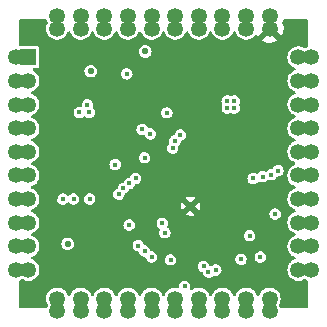
<source format=gbr>
%TF.GenerationSoftware,KiCad,Pcbnew,(5.99.0-13244-g73f40b11ee)*%
%TF.CreationDate,2021-12-16T18:40:10-08:00*%
%TF.ProjectId,MiniMike_RP2040,4d696e69-4d69-46b6-955f-525032303430,rev?*%
%TF.SameCoordinates,Original*%
%TF.FileFunction,Copper,L2,Inr*%
%TF.FilePolarity,Positive*%
%FSLAX46Y46*%
G04 Gerber Fmt 4.6, Leading zero omitted, Abs format (unit mm)*
G04 Created by KiCad (PCBNEW (5.99.0-13244-g73f40b11ee)) date 2021-12-16 18:40:10*
%MOMM*%
%LPD*%
G01*
G04 APERTURE LIST*
%TA.AperFunction,ComponentPad*%
%ADD10C,0.600000*%
%TD*%
%TA.AperFunction,ComponentPad*%
%ADD11R,1.350000X1.350000*%
%TD*%
%TA.AperFunction,ComponentPad*%
%ADD12C,1.350000*%
%TD*%
%TA.AperFunction,ViaPad*%
%ADD13C,0.450000*%
%TD*%
%TA.AperFunction,ViaPad*%
%ADD14C,0.550000*%
%TD*%
G04 APERTURE END LIST*
D10*
%TO.N,GND*%
%TO.C,U2*%
X141299997Y-112600003D03*
%TD*%
D11*
%TO.N,/GPIO0*%
%TO.C,PADS1*%
X127575000Y-100000000D03*
D12*
X126500000Y-100000000D03*
%TO.N,/GPIO1*%
X127575000Y-102000000D03*
X126500000Y-102000000D03*
%TO.N,/GPIO2*%
X126500000Y-104000000D03*
X127575000Y-104000000D03*
%TO.N,/GPIO3*%
X127575000Y-106000000D03*
X126500000Y-106000000D03*
%TO.N,/GPIO4*%
X127575000Y-108000000D03*
X126500000Y-108000000D03*
%TO.N,/GPIO5*%
X126500000Y-110000000D03*
X127575000Y-110000000D03*
%TO.N,/GPIO6*%
X127575000Y-112000000D03*
X126500000Y-112000000D03*
%TO.N,/GPIO7*%
X126500000Y-114000000D03*
X127575000Y-114000000D03*
%TO.N,/GPIO8*%
X127575000Y-116000000D03*
X126500000Y-116000000D03*
%TO.N,/GPIO9*%
X127575000Y-118000000D03*
X126500000Y-118000000D03*
%TO.N,/GPIO10*%
X130000000Y-120425000D03*
X130000000Y-121500000D03*
%TO.N,/GPIO11*%
X132000000Y-120425000D03*
X132000000Y-121500000D03*
%TO.N,/GPIO12*%
X134000000Y-120425000D03*
X134000000Y-121500000D03*
%TO.N,/GPIO13*%
X136000000Y-120425000D03*
X136000000Y-121500000D03*
%TO.N,/GPIO14*%
X138000000Y-120425000D03*
X138000000Y-121500000D03*
%TO.N,/GPIO15*%
X140000000Y-121500000D03*
X140000000Y-120425000D03*
%TO.N,/GPIO16*%
X142000000Y-121500000D03*
X142000000Y-120425000D03*
%TO.N,/GPIO17*%
X144000000Y-120425000D03*
X144000000Y-121500000D03*
%TO.N,/GPIO18*%
X146000000Y-120425000D03*
X146000000Y-121500000D03*
%TO.N,/GPIO19*%
X148000000Y-121500000D03*
X148000000Y-120425000D03*
%TO.N,/GPIO20*%
X150425000Y-118000000D03*
X151500000Y-118000000D03*
%TO.N,/GPIO21*%
X150425000Y-116000000D03*
X151500000Y-116000000D03*
%TO.N,/GPIO22*%
X150425000Y-114000000D03*
X151500000Y-114000000D03*
%TO.N,/GPIO23*%
X150425000Y-112000000D03*
X151500000Y-112000000D03*
%TO.N,/GPIO24*%
X150425000Y-110000000D03*
X151500000Y-110000000D03*
%TO.N,/GPIO25*%
X150425000Y-108000000D03*
X151500000Y-108000000D03*
%TO.N,/GPIO26_ADC0*%
X151500000Y-106000000D03*
X150425000Y-106000000D03*
%TO.N,/GPIO27_ADC1*%
X150425000Y-104000000D03*
X151500000Y-104000000D03*
%TO.N,/GPIO28_ADC2*%
X150425000Y-102000000D03*
X151500000Y-102000000D03*
%TO.N,/GPIO29_ADC3*%
X151500000Y-100000000D03*
X150425000Y-100000000D03*
%TO.N,GND*%
X148000000Y-96500000D03*
X148000000Y-97575000D03*
%TO.N,/En*%
X146000000Y-97575000D03*
X146000000Y-96500000D03*
%TO.N,+5V*%
X144000000Y-96500000D03*
X144000000Y-97575000D03*
%TO.N,+3V3*%
X142000000Y-96500000D03*
X142000000Y-97575000D03*
%TO.N,/USB_D-*%
X140000000Y-97575000D03*
X140000000Y-96500000D03*
%TO.N,/USB_D+*%
X138000000Y-97575000D03*
X138000000Y-96500000D03*
%TO.N,/SWDIO*%
X136000000Y-96500000D03*
X136000000Y-97575000D03*
%TO.N,/SWCLK*%
X134000000Y-97575000D03*
X134000000Y-96500000D03*
%TO.N,/RUN*%
X132000000Y-97575000D03*
X132000000Y-96500000D03*
%TO.N,/BOOTSEL*%
X130000000Y-97575000D03*
X130000000Y-96500000D03*
%TD*%
D13*
%TO.N,GND*%
X137350000Y-103650000D03*
X147400000Y-103200000D03*
X135500000Y-107400000D03*
X136300000Y-117100000D03*
X132125000Y-108300000D03*
X133700000Y-114200000D03*
X128750000Y-97550000D03*
X150750000Y-97850000D03*
X135050000Y-105500000D03*
X145000000Y-105000000D03*
X142600000Y-118900000D03*
X148850000Y-105650000D03*
X131150000Y-116750000D03*
X137350000Y-102900000D03*
X133800000Y-117300000D03*
X148000000Y-103200000D03*
X139327000Y-112629000D03*
X148000000Y-102600000D03*
X143500000Y-104300000D03*
X129500700Y-118580000D03*
X129092265Y-105233737D03*
X140100000Y-100750000D03*
X138513029Y-119013029D03*
X144400000Y-103000000D03*
X137700000Y-101450000D03*
X149200000Y-107100000D03*
X143510023Y-103710023D03*
X129116200Y-108300000D03*
X149095951Y-117304049D03*
X148700000Y-102600000D03*
X148300000Y-117900000D03*
X131200000Y-101200000D03*
X149104478Y-113246744D03*
X131925000Y-103875000D03*
X136500000Y-107400000D03*
X143500000Y-104900000D03*
X145000000Y-103000000D03*
X127262000Y-119360000D03*
%TO.N,+3V3*%
X144400000Y-103700000D03*
X140800000Y-119400000D03*
X145000000Y-104300000D03*
X136100000Y-114200000D03*
X148455291Y-113266979D03*
X144400000Y-104300000D03*
X137400000Y-108500000D03*
X147200000Y-116900000D03*
X139300000Y-104700000D03*
X145000000Y-103700000D03*
X134920000Y-109080000D03*
X135900000Y-101400000D03*
%TO.N,Net-(C14-Pad2)*%
X145570514Y-117100000D03*
%TO.N,Net-(D1-Pad2)*%
X132559678Y-104012974D03*
%TO.N,Net-(D2-Pad3)*%
X146300000Y-115100000D03*
%TO.N,/GPIO10*%
X138900000Y-114050000D03*
D14*
X130900000Y-115800000D03*
D13*
%TO.N,/GPIO26_ADC0*%
X148699300Y-109600000D03*
%TO.N,/GPIO11*%
X136867247Y-115943091D03*
%TO.N,/GPIO12*%
X137400000Y-116400000D03*
%TO.N,/GPIO13*%
X138000000Y-116900700D03*
%TO.N,/GPIO14*%
X139122579Y-114861652D03*
%TO.N,/GPIO15*%
X139616040Y-117147380D03*
%TO.N,/SWCLK*%
X142399300Y-117700000D03*
%TO.N,/SWDIO*%
X142816820Y-118197522D03*
D14*
%TO.N,/RUN*%
X132847185Y-101167143D03*
D13*
X143435560Y-118000000D03*
D14*
X137466578Y-99503422D03*
D13*
%TO.N,/QSPI_SD3*%
X140432416Y-106565514D03*
X132760000Y-112000000D03*
%TO.N,/QSPI_SCLK*%
X131400000Y-112000000D03*
X139974493Y-107066214D03*
%TO.N,/QSPI_SD0*%
X139783482Y-107699015D03*
X130500000Y-112000000D03*
%TO.N,/QSPI_SD2*%
X131881480Y-104665184D03*
X137904600Y-106482200D03*
%TO.N,/QSPI_SD1*%
X132718520Y-104665184D03*
X137200000Y-106100000D03*
%TO.N,/GPIO2*%
X135606088Y-111083300D03*
%TO.N,/GPIO3*%
X135200000Y-111599300D03*
%TO.N,/GPIO27_ADC1*%
X148138519Y-109927686D03*
%TO.N,/GPIO28_ADC2*%
X147403777Y-110103777D03*
%TO.N,/GPIO0*%
X136643491Y-110257800D03*
%TO.N,/GPIO1*%
X136122034Y-110664200D03*
%TO.N,/GPIO29_ADC3*%
X146600000Y-110257800D03*
%TD*%
%TA.AperFunction,Conductor*%
%TO.N,GND*%
G36*
X129081772Y-96774002D02*
G01*
X129128265Y-96827658D01*
X129133484Y-96841063D01*
X129146182Y-96880144D01*
X129149485Y-96885866D01*
X129149486Y-96885867D01*
X129200659Y-96974500D01*
X129217397Y-97043495D01*
X129200659Y-97100499D01*
X129146182Y-97194856D01*
X129085804Y-97380682D01*
X129065380Y-97575000D01*
X129085804Y-97769318D01*
X129146182Y-97955144D01*
X129243877Y-98124356D01*
X129374617Y-98269558D01*
X129532690Y-98384405D01*
X129538719Y-98387089D01*
X129538722Y-98387091D01*
X129705151Y-98461189D01*
X129705154Y-98461190D01*
X129711187Y-98463876D01*
X129790727Y-98480783D01*
X129895849Y-98503128D01*
X129895854Y-98503128D01*
X129902306Y-98504500D01*
X130097694Y-98504500D01*
X130104146Y-98503128D01*
X130104151Y-98503128D01*
X130209273Y-98480783D01*
X130288813Y-98463876D01*
X130294846Y-98461190D01*
X130294849Y-98461189D01*
X130461278Y-98387091D01*
X130461281Y-98387089D01*
X130467310Y-98384405D01*
X130625383Y-98269558D01*
X130756123Y-98124356D01*
X130853818Y-97955144D01*
X130856458Y-97947021D01*
X130880167Y-97874049D01*
X130920240Y-97815443D01*
X130985637Y-97787806D01*
X131055593Y-97799913D01*
X131107900Y-97847918D01*
X131119833Y-97874049D01*
X131143543Y-97947021D01*
X131146182Y-97955144D01*
X131243877Y-98124356D01*
X131374617Y-98269558D01*
X131532690Y-98384405D01*
X131538719Y-98387089D01*
X131538722Y-98387091D01*
X131705151Y-98461189D01*
X131705154Y-98461190D01*
X131711187Y-98463876D01*
X131790727Y-98480783D01*
X131895849Y-98503128D01*
X131895854Y-98503128D01*
X131902306Y-98504500D01*
X132097694Y-98504500D01*
X132104146Y-98503128D01*
X132104151Y-98503128D01*
X132209273Y-98480783D01*
X132288813Y-98463876D01*
X132294846Y-98461190D01*
X132294849Y-98461189D01*
X132461278Y-98387091D01*
X132461281Y-98387089D01*
X132467310Y-98384405D01*
X132625383Y-98269558D01*
X132756123Y-98124356D01*
X132853818Y-97955144D01*
X132856458Y-97947021D01*
X132880167Y-97874049D01*
X132920240Y-97815443D01*
X132985637Y-97787806D01*
X133055593Y-97799913D01*
X133107900Y-97847918D01*
X133119833Y-97874049D01*
X133143543Y-97947021D01*
X133146182Y-97955144D01*
X133243877Y-98124356D01*
X133374617Y-98269558D01*
X133532690Y-98384405D01*
X133538719Y-98387089D01*
X133538722Y-98387091D01*
X133705151Y-98461189D01*
X133705154Y-98461190D01*
X133711187Y-98463876D01*
X133790727Y-98480783D01*
X133895849Y-98503128D01*
X133895854Y-98503128D01*
X133902306Y-98504500D01*
X134097694Y-98504500D01*
X134104146Y-98503128D01*
X134104151Y-98503128D01*
X134209273Y-98480783D01*
X134288813Y-98463876D01*
X134294846Y-98461190D01*
X134294849Y-98461189D01*
X134461278Y-98387091D01*
X134461281Y-98387089D01*
X134467310Y-98384405D01*
X134625383Y-98269558D01*
X134756123Y-98124356D01*
X134853818Y-97955144D01*
X134856458Y-97947021D01*
X134880167Y-97874049D01*
X134920240Y-97815443D01*
X134985637Y-97787806D01*
X135055593Y-97799913D01*
X135107900Y-97847918D01*
X135119833Y-97874049D01*
X135143543Y-97947021D01*
X135146182Y-97955144D01*
X135243877Y-98124356D01*
X135374617Y-98269558D01*
X135532690Y-98384405D01*
X135538719Y-98387089D01*
X135538722Y-98387091D01*
X135705151Y-98461189D01*
X135705154Y-98461190D01*
X135711187Y-98463876D01*
X135790727Y-98480783D01*
X135895849Y-98503128D01*
X135895854Y-98503128D01*
X135902306Y-98504500D01*
X136097694Y-98504500D01*
X136104146Y-98503128D01*
X136104151Y-98503128D01*
X136209273Y-98480783D01*
X136288813Y-98463876D01*
X136294846Y-98461190D01*
X136294849Y-98461189D01*
X136461278Y-98387091D01*
X136461281Y-98387089D01*
X136467310Y-98384405D01*
X136625383Y-98269558D01*
X136756123Y-98124356D01*
X136853818Y-97955144D01*
X136856458Y-97947021D01*
X136880167Y-97874049D01*
X136920240Y-97815443D01*
X136985637Y-97787806D01*
X137055593Y-97799913D01*
X137107900Y-97847918D01*
X137119833Y-97874049D01*
X137143543Y-97947021D01*
X137146182Y-97955144D01*
X137243877Y-98124356D01*
X137374617Y-98269558D01*
X137532690Y-98384405D01*
X137538719Y-98387089D01*
X137538722Y-98387091D01*
X137705151Y-98461189D01*
X137705154Y-98461190D01*
X137711187Y-98463876D01*
X137790727Y-98480783D01*
X137895849Y-98503128D01*
X137895854Y-98503128D01*
X137902306Y-98504500D01*
X138097694Y-98504500D01*
X138104146Y-98503128D01*
X138104151Y-98503128D01*
X138209273Y-98480783D01*
X138288813Y-98463876D01*
X138294846Y-98461190D01*
X138294849Y-98461189D01*
X138461278Y-98387091D01*
X138461281Y-98387089D01*
X138467310Y-98384405D01*
X138625383Y-98269558D01*
X138756123Y-98124356D01*
X138853818Y-97955144D01*
X138856458Y-97947021D01*
X138880167Y-97874049D01*
X138920240Y-97815443D01*
X138985637Y-97787806D01*
X139055593Y-97799913D01*
X139107900Y-97847918D01*
X139119833Y-97874049D01*
X139143543Y-97947021D01*
X139146182Y-97955144D01*
X139243877Y-98124356D01*
X139374617Y-98269558D01*
X139532690Y-98384405D01*
X139538719Y-98387089D01*
X139538722Y-98387091D01*
X139705151Y-98461189D01*
X139705154Y-98461190D01*
X139711187Y-98463876D01*
X139790727Y-98480783D01*
X139895849Y-98503128D01*
X139895854Y-98503128D01*
X139902306Y-98504500D01*
X140097694Y-98504500D01*
X140104146Y-98503128D01*
X140104151Y-98503128D01*
X140209273Y-98480783D01*
X140288813Y-98463876D01*
X140294846Y-98461190D01*
X140294849Y-98461189D01*
X140461278Y-98387091D01*
X140461281Y-98387089D01*
X140467310Y-98384405D01*
X140625383Y-98269558D01*
X140756123Y-98124356D01*
X140853818Y-97955144D01*
X140856458Y-97947021D01*
X140880167Y-97874049D01*
X140920240Y-97815443D01*
X140985637Y-97787806D01*
X141055593Y-97799913D01*
X141107900Y-97847918D01*
X141119833Y-97874049D01*
X141143543Y-97947021D01*
X141146182Y-97955144D01*
X141243877Y-98124356D01*
X141374617Y-98269558D01*
X141532690Y-98384405D01*
X141538719Y-98387089D01*
X141538722Y-98387091D01*
X141705151Y-98461189D01*
X141705154Y-98461190D01*
X141711187Y-98463876D01*
X141790727Y-98480783D01*
X141895849Y-98503128D01*
X141895854Y-98503128D01*
X141902306Y-98504500D01*
X142097694Y-98504500D01*
X142104146Y-98503128D01*
X142104151Y-98503128D01*
X142209273Y-98480783D01*
X142288813Y-98463876D01*
X142294846Y-98461190D01*
X142294849Y-98461189D01*
X142461278Y-98387091D01*
X142461281Y-98387089D01*
X142467310Y-98384405D01*
X142625383Y-98269558D01*
X142756123Y-98124356D01*
X142853818Y-97955144D01*
X142856458Y-97947021D01*
X142880167Y-97874049D01*
X142920240Y-97815443D01*
X142985637Y-97787806D01*
X143055593Y-97799913D01*
X143107900Y-97847918D01*
X143119833Y-97874049D01*
X143143543Y-97947021D01*
X143146182Y-97955144D01*
X143243877Y-98124356D01*
X143374617Y-98269558D01*
X143532690Y-98384405D01*
X143538719Y-98387089D01*
X143538722Y-98387091D01*
X143705151Y-98461189D01*
X143705154Y-98461190D01*
X143711187Y-98463876D01*
X143790727Y-98480783D01*
X143895849Y-98503128D01*
X143895854Y-98503128D01*
X143902306Y-98504500D01*
X144097694Y-98504500D01*
X144104146Y-98503128D01*
X144104151Y-98503128D01*
X144209273Y-98480783D01*
X144288813Y-98463876D01*
X144294846Y-98461190D01*
X144294849Y-98461189D01*
X144461278Y-98387091D01*
X144461281Y-98387089D01*
X144467310Y-98384405D01*
X144625383Y-98269558D01*
X144756123Y-98124356D01*
X144853818Y-97955144D01*
X144856458Y-97947021D01*
X144880167Y-97874049D01*
X144920240Y-97815443D01*
X144985637Y-97787806D01*
X145055593Y-97799913D01*
X145107900Y-97847918D01*
X145119833Y-97874049D01*
X145143543Y-97947021D01*
X145146182Y-97955144D01*
X145243877Y-98124356D01*
X145374617Y-98269558D01*
X145532690Y-98384405D01*
X145538719Y-98387089D01*
X145538722Y-98387091D01*
X145705151Y-98461189D01*
X145705154Y-98461190D01*
X145711187Y-98463876D01*
X145790727Y-98480783D01*
X145895849Y-98503128D01*
X145895854Y-98503128D01*
X145902306Y-98504500D01*
X146097694Y-98504500D01*
X146104146Y-98503128D01*
X146104151Y-98503128D01*
X146209273Y-98480783D01*
X146288813Y-98463876D01*
X146294846Y-98461190D01*
X146294849Y-98461189D01*
X146461278Y-98387091D01*
X146461281Y-98387089D01*
X146467310Y-98384405D01*
X146625383Y-98269558D01*
X146756123Y-98124356D01*
X146758241Y-98126263D01*
X146804519Y-98090541D01*
X146875252Y-98084430D01*
X146938060Y-98117531D01*
X146964717Y-98155181D01*
X146968686Y-98163790D01*
X146974440Y-98173755D01*
X146991972Y-98198563D01*
X147002563Y-98206954D01*
X147015861Y-98199927D01*
X147910905Y-97304884D01*
X147973217Y-97270859D01*
X148044033Y-97275924D01*
X148089095Y-97304884D01*
X148985342Y-98201131D01*
X148997720Y-98207889D01*
X149004299Y-98202964D01*
X149082531Y-98063272D01*
X149087210Y-98052763D01*
X149153384Y-97857823D01*
X149156072Y-97846627D01*
X149185907Y-97640853D01*
X149186537Y-97633470D01*
X149187971Y-97578704D01*
X149187728Y-97571305D01*
X149168703Y-97364246D01*
X149166606Y-97352932D01*
X149110725Y-97154794D01*
X149106603Y-97144055D01*
X149083637Y-97097485D01*
X149071447Y-97027543D01*
X149081534Y-96990512D01*
X149087212Y-96977758D01*
X149134145Y-96839498D01*
X149174982Y-96781422D01*
X149240735Y-96754644D01*
X149253458Y-96754000D01*
X151120000Y-96754000D01*
X151188121Y-96774002D01*
X151234614Y-96827658D01*
X151246000Y-96880000D01*
X151246000Y-99013799D01*
X151225998Y-99081920D01*
X151171249Y-99128906D01*
X151032690Y-99190595D01*
X151027346Y-99194478D01*
X151025499Y-99195544D01*
X150956504Y-99212281D01*
X150899501Y-99195544D01*
X150897654Y-99194478D01*
X150892310Y-99190595D01*
X150805246Y-99151832D01*
X150719849Y-99113811D01*
X150719846Y-99113810D01*
X150713813Y-99111124D01*
X150624600Y-99092161D01*
X150529151Y-99071872D01*
X150529146Y-99071872D01*
X150522694Y-99070500D01*
X150327306Y-99070500D01*
X150320854Y-99071872D01*
X150320849Y-99071872D01*
X150225400Y-99092161D01*
X150136187Y-99111124D01*
X150130154Y-99113810D01*
X150130151Y-99113811D01*
X149963722Y-99187909D01*
X149963719Y-99187911D01*
X149957690Y-99190595D01*
X149952349Y-99194475D01*
X149952348Y-99194476D01*
X149909374Y-99225699D01*
X149799617Y-99305442D01*
X149795196Y-99310352D01*
X149795195Y-99310353D01*
X149752685Y-99357566D01*
X149668877Y-99450644D01*
X149571182Y-99619856D01*
X149569140Y-99626141D01*
X149522250Y-99770456D01*
X149510804Y-99805682D01*
X149490380Y-100000000D01*
X149491070Y-100006565D01*
X149494321Y-100037491D01*
X149510804Y-100194318D01*
X149571182Y-100380144D01*
X149668877Y-100549356D01*
X149673295Y-100554263D01*
X149673296Y-100554264D01*
X149795195Y-100689647D01*
X149799617Y-100694558D01*
X149804959Y-100698439D01*
X149804961Y-100698441D01*
X149939307Y-100796049D01*
X149957690Y-100809405D01*
X149963719Y-100812089D01*
X149963722Y-100812091D01*
X150127241Y-100884893D01*
X150181337Y-100930873D01*
X150201987Y-100998800D01*
X150182635Y-101067108D01*
X150127241Y-101115107D01*
X149963722Y-101187909D01*
X149963719Y-101187911D01*
X149957690Y-101190595D01*
X149952349Y-101194475D01*
X149952348Y-101194476D01*
X149810986Y-101297182D01*
X149799617Y-101305442D01*
X149795196Y-101310352D01*
X149795195Y-101310353D01*
X149699501Y-101416633D01*
X149668877Y-101450644D01*
X149571182Y-101619856D01*
X149569140Y-101626141D01*
X149521514Y-101772721D01*
X149510804Y-101805682D01*
X149490380Y-102000000D01*
X149510804Y-102194318D01*
X149571182Y-102380144D01*
X149668877Y-102549356D01*
X149799617Y-102694558D01*
X149957690Y-102809405D01*
X149963719Y-102812089D01*
X149963722Y-102812091D01*
X150127241Y-102884893D01*
X150181337Y-102930873D01*
X150201987Y-102998800D01*
X150182635Y-103067108D01*
X150127241Y-103115107D01*
X149963722Y-103187909D01*
X149963719Y-103187911D01*
X149957690Y-103190595D01*
X149952349Y-103194475D01*
X149952348Y-103194476D01*
X149835147Y-103279628D01*
X149799617Y-103305442D01*
X149795196Y-103310352D01*
X149795195Y-103310353D01*
X149679359Y-103439003D01*
X149668877Y-103450644D01*
X149620830Y-103533864D01*
X149595291Y-103578099D01*
X149571182Y-103619856D01*
X149569140Y-103626141D01*
X149527228Y-103755135D01*
X149510804Y-103805682D01*
X149510114Y-103812245D01*
X149510114Y-103812246D01*
X149493440Y-103970890D01*
X149490380Y-104000000D01*
X149491070Y-104006565D01*
X149509938Y-104186074D01*
X149510804Y-104194318D01*
X149512844Y-104200596D01*
X149512844Y-104200597D01*
X149531389Y-104257673D01*
X149571182Y-104380144D01*
X149574485Y-104385866D01*
X149574486Y-104385867D01*
X149593648Y-104419056D01*
X149668877Y-104549356D01*
X149673295Y-104554263D01*
X149673296Y-104554264D01*
X149773963Y-104666066D01*
X149799617Y-104694558D01*
X149804959Y-104698439D01*
X149804961Y-104698441D01*
X149927842Y-104787719D01*
X149957690Y-104809405D01*
X149963719Y-104812089D01*
X149963722Y-104812091D01*
X150127241Y-104884893D01*
X150181337Y-104930873D01*
X150201987Y-104998800D01*
X150182635Y-105067108D01*
X150127241Y-105115107D01*
X149963722Y-105187909D01*
X149963719Y-105187911D01*
X149957690Y-105190595D01*
X149799617Y-105305442D01*
X149668877Y-105450644D01*
X149571182Y-105619856D01*
X149569140Y-105626141D01*
X149536598Y-105726297D01*
X149510804Y-105805682D01*
X149490380Y-106000000D01*
X149491070Y-106006565D01*
X149503341Y-106123309D01*
X149510804Y-106194318D01*
X149571182Y-106380144D01*
X149668877Y-106549356D01*
X149673295Y-106554263D01*
X149673296Y-106554264D01*
X149740406Y-106628797D01*
X149799617Y-106694558D01*
X149804959Y-106698439D01*
X149804961Y-106698441D01*
X149869135Y-106745066D01*
X149957690Y-106809405D01*
X149963719Y-106812089D01*
X149963722Y-106812091D01*
X150127241Y-106884893D01*
X150181337Y-106930873D01*
X150201987Y-106998800D01*
X150182635Y-107067108D01*
X150127241Y-107115107D01*
X149963722Y-107187909D01*
X149963719Y-107187911D01*
X149957690Y-107190595D01*
X149952349Y-107194475D01*
X149952348Y-107194476D01*
X149831735Y-107282107D01*
X149799617Y-107305442D01*
X149795196Y-107310352D01*
X149795195Y-107310353D01*
X149678943Y-107439465D01*
X149668877Y-107450644D01*
X149665576Y-107456362D01*
X149603979Y-107563051D01*
X149571182Y-107619856D01*
X149510804Y-107805682D01*
X149490380Y-108000000D01*
X149491070Y-108006565D01*
X149509024Y-108177378D01*
X149510804Y-108194318D01*
X149512844Y-108200596D01*
X149512844Y-108200597D01*
X149523709Y-108234036D01*
X149571182Y-108380144D01*
X149668877Y-108549356D01*
X149673295Y-108554263D01*
X149673296Y-108554264D01*
X149764325Y-108655362D01*
X149799617Y-108694558D01*
X149804959Y-108698439D01*
X149804961Y-108698441D01*
X149913845Y-108777550D01*
X149957690Y-108809405D01*
X149963719Y-108812089D01*
X149963722Y-108812091D01*
X150127241Y-108884893D01*
X150181337Y-108930873D01*
X150201987Y-108998800D01*
X150182635Y-109067108D01*
X150127241Y-109115107D01*
X149963722Y-109187909D01*
X149963719Y-109187911D01*
X149957690Y-109190595D01*
X149952349Y-109194475D01*
X149952348Y-109194476D01*
X149896074Y-109235362D01*
X149799617Y-109305442D01*
X149795196Y-109310352D01*
X149795195Y-109310353D01*
X149677442Y-109441132D01*
X149668877Y-109450644D01*
X149633300Y-109512265D01*
X149579834Y-109604871D01*
X149571182Y-109619856D01*
X149510804Y-109805682D01*
X149510114Y-109812245D01*
X149510114Y-109812246D01*
X149501351Y-109895616D01*
X149490380Y-110000000D01*
X149491070Y-110006565D01*
X149509691Y-110183724D01*
X149510804Y-110194318D01*
X149512844Y-110200596D01*
X149512844Y-110200597D01*
X149529862Y-110252972D01*
X149571182Y-110380144D01*
X149574485Y-110385866D01*
X149574486Y-110385867D01*
X149587497Y-110408402D01*
X149668877Y-110549356D01*
X149673295Y-110554263D01*
X149673296Y-110554264D01*
X149741958Y-110630521D01*
X149799617Y-110694558D01*
X149804959Y-110698439D01*
X149804961Y-110698441D01*
X149927842Y-110787719D01*
X149957690Y-110809405D01*
X149963719Y-110812089D01*
X149963722Y-110812091D01*
X150127241Y-110884893D01*
X150181337Y-110930873D01*
X150201987Y-110998800D01*
X150182635Y-111067108D01*
X150127241Y-111115107D01*
X149963722Y-111187909D01*
X149963719Y-111187911D01*
X149957690Y-111190595D01*
X149799617Y-111305442D01*
X149795196Y-111310352D01*
X149795195Y-111310353D01*
X149749728Y-111360850D01*
X149668877Y-111450644D01*
X149659704Y-111466532D01*
X149576217Y-111611136D01*
X149571182Y-111619856D01*
X149564067Y-111641753D01*
X149534680Y-111732200D01*
X149510804Y-111805682D01*
X149510114Y-111812245D01*
X149510114Y-111812246D01*
X149504024Y-111870190D01*
X149490380Y-112000000D01*
X149491070Y-112006565D01*
X149503137Y-112121368D01*
X149510804Y-112194318D01*
X149512844Y-112200596D01*
X149512844Y-112200597D01*
X149537847Y-112277550D01*
X149571182Y-112380144D01*
X149574485Y-112385866D01*
X149574486Y-112385867D01*
X149605677Y-112439891D01*
X149668877Y-112549356D01*
X149673295Y-112554263D01*
X149673296Y-112554264D01*
X149795195Y-112689647D01*
X149799617Y-112694558D01*
X149804959Y-112698439D01*
X149804961Y-112698441D01*
X149938188Y-112795236D01*
X149957690Y-112809405D01*
X149963719Y-112812089D01*
X149963722Y-112812091D01*
X150127241Y-112884893D01*
X150181337Y-112930873D01*
X150201987Y-112998800D01*
X150182635Y-113067108D01*
X150127241Y-113115107D01*
X150114986Y-113120563D01*
X149963722Y-113187909D01*
X149963719Y-113187911D01*
X149957690Y-113190595D01*
X149952349Y-113194475D01*
X149952348Y-113194476D01*
X149836266Y-113278815D01*
X149799617Y-113305442D01*
X149795196Y-113310352D01*
X149795195Y-113310353D01*
X149771307Y-113336884D01*
X149668877Y-113450644D01*
X149665576Y-113456362D01*
X149576732Y-113610244D01*
X149571182Y-113619856D01*
X149569140Y-113626141D01*
X149524808Y-113762583D01*
X149510804Y-113805682D01*
X149510114Y-113812245D01*
X149510114Y-113812246D01*
X149507013Y-113841753D01*
X149490380Y-114000000D01*
X149491070Y-114006565D01*
X149497384Y-114066633D01*
X149510804Y-114194318D01*
X149512844Y-114200596D01*
X149512844Y-114200597D01*
X149540494Y-114285694D01*
X149571182Y-114380144D01*
X149668877Y-114549356D01*
X149673295Y-114554263D01*
X149673296Y-114554264D01*
X149782477Y-114675522D01*
X149799617Y-114694558D01*
X149804959Y-114698439D01*
X149804961Y-114698441D01*
X149855213Y-114734951D01*
X149957690Y-114809405D01*
X149963719Y-114812089D01*
X149963722Y-114812091D01*
X150127241Y-114884893D01*
X150181337Y-114930873D01*
X150201987Y-114998800D01*
X150182635Y-115067108D01*
X150127241Y-115115107D01*
X149963722Y-115187909D01*
X149963719Y-115187911D01*
X149957690Y-115190595D01*
X149952349Y-115194475D01*
X149952348Y-115194476D01*
X149804984Y-115301543D01*
X149799617Y-115305442D01*
X149795196Y-115310352D01*
X149795195Y-115310353D01*
X149694348Y-115422356D01*
X149668877Y-115450644D01*
X149639940Y-115500764D01*
X149593780Y-115580716D01*
X149571182Y-115619856D01*
X149554902Y-115669961D01*
X149515311Y-115791812D01*
X149510804Y-115805682D01*
X149510114Y-115812245D01*
X149510114Y-115812246D01*
X149494829Y-115957673D01*
X149490380Y-116000000D01*
X149491070Y-116006565D01*
X149496624Y-116059402D01*
X149510804Y-116194318D01*
X149512844Y-116200596D01*
X149512844Y-116200597D01*
X149533990Y-116265677D01*
X149571182Y-116380144D01*
X149574485Y-116385866D01*
X149574486Y-116385867D01*
X149594675Y-116420835D01*
X149668877Y-116549356D01*
X149673295Y-116554263D01*
X149673296Y-116554264D01*
X149775192Y-116667431D01*
X149799617Y-116694558D01*
X149804959Y-116698439D01*
X149804961Y-116698441D01*
X149920426Y-116782331D01*
X149957690Y-116809405D01*
X149963719Y-116812089D01*
X149963722Y-116812091D01*
X150127241Y-116884893D01*
X150181337Y-116930873D01*
X150201987Y-116998800D01*
X150182635Y-117067108D01*
X150127241Y-117115107D01*
X149963722Y-117187909D01*
X149963719Y-117187911D01*
X149957690Y-117190595D01*
X149952349Y-117194475D01*
X149952348Y-117194476D01*
X149837227Y-117278117D01*
X149799617Y-117305442D01*
X149795196Y-117310352D01*
X149795195Y-117310353D01*
X149679359Y-117439003D01*
X149668877Y-117450644D01*
X149656131Y-117472721D01*
X149593780Y-117580716D01*
X149571182Y-117619856D01*
X149569140Y-117626141D01*
X149534680Y-117732200D01*
X149510804Y-117805682D01*
X149510114Y-117812245D01*
X149510114Y-117812246D01*
X149494283Y-117962866D01*
X149490380Y-118000000D01*
X149510804Y-118194318D01*
X149512844Y-118200596D01*
X149512844Y-118200597D01*
X149537847Y-118277550D01*
X149571182Y-118380144D01*
X149668877Y-118549356D01*
X149673295Y-118554263D01*
X149673296Y-118554264D01*
X149748187Y-118637439D01*
X149799617Y-118694558D01*
X149957690Y-118809405D01*
X149963719Y-118812089D01*
X149963722Y-118812091D01*
X150130151Y-118886189D01*
X150130154Y-118886190D01*
X150136187Y-118888876D01*
X150215727Y-118905783D01*
X150320849Y-118928128D01*
X150320854Y-118928128D01*
X150327306Y-118929500D01*
X150522694Y-118929500D01*
X150529146Y-118928128D01*
X150529151Y-118928128D01*
X150634273Y-118905783D01*
X150713813Y-118888876D01*
X150719846Y-118886190D01*
X150719849Y-118886189D01*
X150886275Y-118812092D01*
X150886277Y-118812091D01*
X150892310Y-118809405D01*
X150897654Y-118805522D01*
X150899501Y-118804456D01*
X150968496Y-118787719D01*
X151025499Y-118804456D01*
X151027346Y-118805522D01*
X151032690Y-118809405D01*
X151171249Y-118871094D01*
X151225344Y-118917074D01*
X151246000Y-118986201D01*
X151246000Y-121120000D01*
X151225998Y-121188121D01*
X151172342Y-121234614D01*
X151120000Y-121246000D01*
X148986349Y-121246000D01*
X148918228Y-121225998D01*
X148871735Y-121172342D01*
X148866516Y-121158937D01*
X148855859Y-121126138D01*
X148853818Y-121119856D01*
X148799341Y-121025499D01*
X148782603Y-120956505D01*
X148799341Y-120899500D01*
X148850514Y-120810867D01*
X148850515Y-120810866D01*
X148853818Y-120805144D01*
X148914196Y-120619318D01*
X148934620Y-120425000D01*
X148914196Y-120230682D01*
X148853818Y-120044856D01*
X148756123Y-119875644D01*
X148714969Y-119829937D01*
X148629805Y-119735353D01*
X148629804Y-119735352D01*
X148625383Y-119730442D01*
X148572722Y-119692181D01*
X148472652Y-119619476D01*
X148472651Y-119619475D01*
X148467310Y-119615595D01*
X148461281Y-119612911D01*
X148461278Y-119612909D01*
X148294849Y-119538811D01*
X148294846Y-119538810D01*
X148288813Y-119536124D01*
X148209273Y-119519217D01*
X148104151Y-119496872D01*
X148104146Y-119496872D01*
X148097694Y-119495500D01*
X147902306Y-119495500D01*
X147895854Y-119496872D01*
X147895849Y-119496872D01*
X147790727Y-119519217D01*
X147711187Y-119536124D01*
X147705154Y-119538810D01*
X147705151Y-119538811D01*
X147538722Y-119612909D01*
X147538719Y-119612911D01*
X147532690Y-119615595D01*
X147527349Y-119619475D01*
X147527348Y-119619476D01*
X147427279Y-119692181D01*
X147374617Y-119730442D01*
X147370196Y-119735352D01*
X147370195Y-119735353D01*
X147285032Y-119829937D01*
X147243877Y-119875644D01*
X147146182Y-120044856D01*
X147144141Y-120051138D01*
X147144140Y-120051140D01*
X147119833Y-120125951D01*
X147079760Y-120184557D01*
X147014363Y-120212194D01*
X146944407Y-120200087D01*
X146892100Y-120152082D01*
X146880167Y-120125951D01*
X146855860Y-120051140D01*
X146855859Y-120051138D01*
X146853818Y-120044856D01*
X146756123Y-119875644D01*
X146714969Y-119829937D01*
X146629805Y-119735353D01*
X146629804Y-119735352D01*
X146625383Y-119730442D01*
X146572722Y-119692181D01*
X146472652Y-119619476D01*
X146472651Y-119619475D01*
X146467310Y-119615595D01*
X146461281Y-119612911D01*
X146461278Y-119612909D01*
X146294849Y-119538811D01*
X146294846Y-119538810D01*
X146288813Y-119536124D01*
X146209273Y-119519217D01*
X146104151Y-119496872D01*
X146104146Y-119496872D01*
X146097694Y-119495500D01*
X145902306Y-119495500D01*
X145895854Y-119496872D01*
X145895849Y-119496872D01*
X145790727Y-119519217D01*
X145711187Y-119536124D01*
X145705154Y-119538810D01*
X145705151Y-119538811D01*
X145538722Y-119612909D01*
X145538719Y-119612911D01*
X145532690Y-119615595D01*
X145527349Y-119619475D01*
X145527348Y-119619476D01*
X145427279Y-119692181D01*
X145374617Y-119730442D01*
X145370196Y-119735352D01*
X145370195Y-119735353D01*
X145285032Y-119829937D01*
X145243877Y-119875644D01*
X145146182Y-120044856D01*
X145144141Y-120051138D01*
X145144140Y-120051140D01*
X145119833Y-120125951D01*
X145079760Y-120184557D01*
X145014363Y-120212194D01*
X144944407Y-120200087D01*
X144892100Y-120152082D01*
X144880167Y-120125951D01*
X144855860Y-120051140D01*
X144855859Y-120051138D01*
X144853818Y-120044856D01*
X144756123Y-119875644D01*
X144714969Y-119829937D01*
X144629805Y-119735353D01*
X144629804Y-119735352D01*
X144625383Y-119730442D01*
X144572722Y-119692181D01*
X144472652Y-119619476D01*
X144472651Y-119619475D01*
X144467310Y-119615595D01*
X144461281Y-119612911D01*
X144461278Y-119612909D01*
X144294849Y-119538811D01*
X144294846Y-119538810D01*
X144288813Y-119536124D01*
X144209273Y-119519217D01*
X144104151Y-119496872D01*
X144104146Y-119496872D01*
X144097694Y-119495500D01*
X143902306Y-119495500D01*
X143895854Y-119496872D01*
X143895849Y-119496872D01*
X143790727Y-119519217D01*
X143711187Y-119536124D01*
X143705154Y-119538810D01*
X143705151Y-119538811D01*
X143538722Y-119612909D01*
X143538719Y-119612911D01*
X143532690Y-119615595D01*
X143527349Y-119619475D01*
X143527348Y-119619476D01*
X143427279Y-119692181D01*
X143374617Y-119730442D01*
X143370196Y-119735352D01*
X143370195Y-119735353D01*
X143285032Y-119829937D01*
X143243877Y-119875644D01*
X143146182Y-120044856D01*
X143144141Y-120051138D01*
X143144140Y-120051140D01*
X143119833Y-120125951D01*
X143079760Y-120184557D01*
X143014363Y-120212194D01*
X142944407Y-120200087D01*
X142892100Y-120152082D01*
X142880167Y-120125951D01*
X142855860Y-120051140D01*
X142855859Y-120051138D01*
X142853818Y-120044856D01*
X142756123Y-119875644D01*
X142714969Y-119829937D01*
X142629805Y-119735353D01*
X142629804Y-119735352D01*
X142625383Y-119730442D01*
X142572722Y-119692181D01*
X142472652Y-119619476D01*
X142472651Y-119619475D01*
X142467310Y-119615595D01*
X142461281Y-119612911D01*
X142461278Y-119612909D01*
X142294849Y-119538811D01*
X142294846Y-119538810D01*
X142288813Y-119536124D01*
X142209273Y-119519217D01*
X142104151Y-119496872D01*
X142104146Y-119496872D01*
X142097694Y-119495500D01*
X141902306Y-119495500D01*
X141895854Y-119496872D01*
X141895849Y-119496872D01*
X141790727Y-119519217D01*
X141711187Y-119536124D01*
X141705154Y-119538810D01*
X141705151Y-119538811D01*
X141538722Y-119612909D01*
X141538719Y-119612911D01*
X141532690Y-119615595D01*
X141460115Y-119668324D01*
X141393250Y-119692181D01*
X141324098Y-119676101D01*
X141274618Y-119625188D01*
X141260518Y-119555605D01*
X141261802Y-119545483D01*
X141283479Y-119416633D01*
X141284286Y-119411836D01*
X141284431Y-119400000D01*
X141283584Y-119394082D01*
X141266232Y-119272923D01*
X141266232Y-119272921D01*
X141264959Y-119264036D01*
X141208110Y-119139003D01*
X141118453Y-119034951D01*
X141003196Y-118960244D01*
X140871603Y-118920890D01*
X140862627Y-118920835D01*
X140862626Y-118920835D01*
X140805080Y-118920484D01*
X140734255Y-118920051D01*
X140602192Y-118957795D01*
X140594605Y-118962582D01*
X140594603Y-118962583D01*
X140557171Y-118986201D01*
X140486031Y-119031087D01*
X140395109Y-119134036D01*
X140336736Y-119258366D01*
X140315605Y-119394082D01*
X140315122Y-119394007D01*
X140296121Y-119455917D01*
X140241902Y-119501752D01*
X140164764Y-119509756D01*
X140104151Y-119496872D01*
X140104146Y-119496872D01*
X140097694Y-119495500D01*
X139902306Y-119495500D01*
X139895854Y-119496872D01*
X139895849Y-119496872D01*
X139790727Y-119519217D01*
X139711187Y-119536124D01*
X139705154Y-119538810D01*
X139705151Y-119538811D01*
X139538722Y-119612909D01*
X139538719Y-119612911D01*
X139532690Y-119615595D01*
X139527349Y-119619475D01*
X139527348Y-119619476D01*
X139427279Y-119692181D01*
X139374617Y-119730442D01*
X139370196Y-119735352D01*
X139370195Y-119735353D01*
X139285032Y-119829937D01*
X139243877Y-119875644D01*
X139146182Y-120044856D01*
X139144141Y-120051138D01*
X139144140Y-120051140D01*
X139119833Y-120125951D01*
X139079760Y-120184557D01*
X139014363Y-120212194D01*
X138944407Y-120200087D01*
X138892100Y-120152082D01*
X138880167Y-120125951D01*
X138855860Y-120051140D01*
X138855859Y-120051138D01*
X138853818Y-120044856D01*
X138756123Y-119875644D01*
X138714969Y-119829937D01*
X138629805Y-119735353D01*
X138629804Y-119735352D01*
X138625383Y-119730442D01*
X138572722Y-119692181D01*
X138472652Y-119619476D01*
X138472651Y-119619475D01*
X138467310Y-119615595D01*
X138461281Y-119612911D01*
X138461278Y-119612909D01*
X138294849Y-119538811D01*
X138294846Y-119538810D01*
X138288813Y-119536124D01*
X138209273Y-119519217D01*
X138104151Y-119496872D01*
X138104146Y-119496872D01*
X138097694Y-119495500D01*
X137902306Y-119495500D01*
X137895854Y-119496872D01*
X137895849Y-119496872D01*
X137790727Y-119519217D01*
X137711187Y-119536124D01*
X137705154Y-119538810D01*
X137705151Y-119538811D01*
X137538722Y-119612909D01*
X137538719Y-119612911D01*
X137532690Y-119615595D01*
X137527349Y-119619475D01*
X137527348Y-119619476D01*
X137427279Y-119692181D01*
X137374617Y-119730442D01*
X137370196Y-119735352D01*
X137370195Y-119735353D01*
X137285032Y-119829937D01*
X137243877Y-119875644D01*
X137146182Y-120044856D01*
X137144141Y-120051138D01*
X137144140Y-120051140D01*
X137119833Y-120125951D01*
X137079760Y-120184557D01*
X137014363Y-120212194D01*
X136944407Y-120200087D01*
X136892100Y-120152082D01*
X136880167Y-120125951D01*
X136855860Y-120051140D01*
X136855859Y-120051138D01*
X136853818Y-120044856D01*
X136756123Y-119875644D01*
X136714969Y-119829937D01*
X136629805Y-119735353D01*
X136629804Y-119735352D01*
X136625383Y-119730442D01*
X136572722Y-119692181D01*
X136472652Y-119619476D01*
X136472651Y-119619475D01*
X136467310Y-119615595D01*
X136461281Y-119612911D01*
X136461278Y-119612909D01*
X136294849Y-119538811D01*
X136294846Y-119538810D01*
X136288813Y-119536124D01*
X136209273Y-119519217D01*
X136104151Y-119496872D01*
X136104146Y-119496872D01*
X136097694Y-119495500D01*
X135902306Y-119495500D01*
X135895854Y-119496872D01*
X135895849Y-119496872D01*
X135790727Y-119519217D01*
X135711187Y-119536124D01*
X135705154Y-119538810D01*
X135705151Y-119538811D01*
X135538722Y-119612909D01*
X135538719Y-119612911D01*
X135532690Y-119615595D01*
X135527349Y-119619475D01*
X135527348Y-119619476D01*
X135427279Y-119692181D01*
X135374617Y-119730442D01*
X135370196Y-119735352D01*
X135370195Y-119735353D01*
X135285032Y-119829937D01*
X135243877Y-119875644D01*
X135146182Y-120044856D01*
X135144141Y-120051138D01*
X135144140Y-120051140D01*
X135119833Y-120125951D01*
X135079760Y-120184557D01*
X135014363Y-120212194D01*
X134944407Y-120200087D01*
X134892100Y-120152082D01*
X134880167Y-120125951D01*
X134855860Y-120051140D01*
X134855859Y-120051138D01*
X134853818Y-120044856D01*
X134756123Y-119875644D01*
X134714969Y-119829937D01*
X134629805Y-119735353D01*
X134629804Y-119735352D01*
X134625383Y-119730442D01*
X134572722Y-119692181D01*
X134472652Y-119619476D01*
X134472651Y-119619475D01*
X134467310Y-119615595D01*
X134461281Y-119612911D01*
X134461278Y-119612909D01*
X134294849Y-119538811D01*
X134294846Y-119538810D01*
X134288813Y-119536124D01*
X134209273Y-119519217D01*
X134104151Y-119496872D01*
X134104146Y-119496872D01*
X134097694Y-119495500D01*
X133902306Y-119495500D01*
X133895854Y-119496872D01*
X133895849Y-119496872D01*
X133790727Y-119519217D01*
X133711187Y-119536124D01*
X133705154Y-119538810D01*
X133705151Y-119538811D01*
X133538722Y-119612909D01*
X133538719Y-119612911D01*
X133532690Y-119615595D01*
X133527349Y-119619475D01*
X133527348Y-119619476D01*
X133427279Y-119692181D01*
X133374617Y-119730442D01*
X133370196Y-119735352D01*
X133370195Y-119735353D01*
X133285032Y-119829937D01*
X133243877Y-119875644D01*
X133146182Y-120044856D01*
X133144141Y-120051138D01*
X133144140Y-120051140D01*
X133119833Y-120125951D01*
X133079760Y-120184557D01*
X133014363Y-120212194D01*
X132944407Y-120200087D01*
X132892100Y-120152082D01*
X132880167Y-120125951D01*
X132855860Y-120051140D01*
X132855859Y-120051138D01*
X132853818Y-120044856D01*
X132756123Y-119875644D01*
X132714969Y-119829937D01*
X132629805Y-119735353D01*
X132629804Y-119735352D01*
X132625383Y-119730442D01*
X132572722Y-119692181D01*
X132472652Y-119619476D01*
X132472651Y-119619475D01*
X132467310Y-119615595D01*
X132461281Y-119612911D01*
X132461278Y-119612909D01*
X132294849Y-119538811D01*
X132294846Y-119538810D01*
X132288813Y-119536124D01*
X132209273Y-119519217D01*
X132104151Y-119496872D01*
X132104146Y-119496872D01*
X132097694Y-119495500D01*
X131902306Y-119495500D01*
X131895854Y-119496872D01*
X131895849Y-119496872D01*
X131790727Y-119519217D01*
X131711187Y-119536124D01*
X131705154Y-119538810D01*
X131705151Y-119538811D01*
X131538722Y-119612909D01*
X131538719Y-119612911D01*
X131532690Y-119615595D01*
X131527349Y-119619475D01*
X131527348Y-119619476D01*
X131427279Y-119692181D01*
X131374617Y-119730442D01*
X131370196Y-119735352D01*
X131370195Y-119735353D01*
X131285032Y-119829937D01*
X131243877Y-119875644D01*
X131146182Y-120044856D01*
X131144141Y-120051138D01*
X131144140Y-120051140D01*
X131119833Y-120125951D01*
X131079760Y-120184557D01*
X131014363Y-120212194D01*
X130944407Y-120200087D01*
X130892100Y-120152082D01*
X130880167Y-120125951D01*
X130855860Y-120051140D01*
X130855859Y-120051138D01*
X130853818Y-120044856D01*
X130756123Y-119875644D01*
X130714969Y-119829937D01*
X130629805Y-119735353D01*
X130629804Y-119735352D01*
X130625383Y-119730442D01*
X130572722Y-119692181D01*
X130472652Y-119619476D01*
X130472651Y-119619475D01*
X130467310Y-119615595D01*
X130461281Y-119612911D01*
X130461278Y-119612909D01*
X130294849Y-119538811D01*
X130294846Y-119538810D01*
X130288813Y-119536124D01*
X130209273Y-119519217D01*
X130104151Y-119496872D01*
X130104146Y-119496872D01*
X130097694Y-119495500D01*
X129902306Y-119495500D01*
X129895854Y-119496872D01*
X129895849Y-119496872D01*
X129790727Y-119519217D01*
X129711187Y-119536124D01*
X129705154Y-119538810D01*
X129705151Y-119538811D01*
X129538722Y-119612909D01*
X129538719Y-119612911D01*
X129532690Y-119615595D01*
X129527349Y-119619475D01*
X129527348Y-119619476D01*
X129427279Y-119692181D01*
X129374617Y-119730442D01*
X129370196Y-119735352D01*
X129370195Y-119735353D01*
X129285032Y-119829937D01*
X129243877Y-119875644D01*
X129146182Y-120044856D01*
X129085804Y-120230682D01*
X129065380Y-120425000D01*
X129085804Y-120619318D01*
X129146182Y-120805144D01*
X129149485Y-120810866D01*
X129149486Y-120810867D01*
X129200659Y-120899500D01*
X129217397Y-120968495D01*
X129200659Y-121025499D01*
X129146182Y-121119856D01*
X129144141Y-121126138D01*
X129133484Y-121158937D01*
X129093410Y-121217542D01*
X129028014Y-121245179D01*
X129013651Y-121246000D01*
X126880000Y-121246000D01*
X126811879Y-121225998D01*
X126765386Y-121172342D01*
X126754000Y-121120000D01*
X126754000Y-118986201D01*
X126774002Y-118918080D01*
X126828751Y-118871094D01*
X126967310Y-118809405D01*
X126972654Y-118805522D01*
X126974501Y-118804456D01*
X127043496Y-118787719D01*
X127100499Y-118804456D01*
X127102346Y-118805522D01*
X127107690Y-118809405D01*
X127113723Y-118812091D01*
X127113725Y-118812092D01*
X127280151Y-118886189D01*
X127280154Y-118886190D01*
X127286187Y-118888876D01*
X127365727Y-118905783D01*
X127470849Y-118928128D01*
X127470854Y-118928128D01*
X127477306Y-118929500D01*
X127672694Y-118929500D01*
X127679146Y-118928128D01*
X127679151Y-118928128D01*
X127784273Y-118905783D01*
X127863813Y-118888876D01*
X127869846Y-118886190D01*
X127869849Y-118886189D01*
X128036278Y-118812091D01*
X128036281Y-118812089D01*
X128042310Y-118809405D01*
X128200383Y-118694558D01*
X128251813Y-118637439D01*
X128326704Y-118554264D01*
X128326705Y-118554263D01*
X128331123Y-118549356D01*
X128428818Y-118380144D01*
X128462153Y-118277550D01*
X128487156Y-118200597D01*
X128487156Y-118200596D01*
X128489196Y-118194318D01*
X128509620Y-118000000D01*
X128505717Y-117962866D01*
X128489886Y-117812246D01*
X128489886Y-117812245D01*
X128489196Y-117805682D01*
X128465321Y-117732200D01*
X128452936Y-117694082D01*
X141914905Y-117694082D01*
X141916069Y-117702984D01*
X141916069Y-117702987D01*
X141920779Y-117739003D01*
X141932714Y-117830273D01*
X141988032Y-117955992D01*
X141993810Y-117962865D01*
X141993810Y-117962866D01*
X142039006Y-118016633D01*
X142076411Y-118061132D01*
X142190747Y-118137240D01*
X142199317Y-118139917D01*
X142199318Y-118139918D01*
X142254133Y-118157043D01*
X142313190Y-118196448D01*
X142341496Y-118260973D01*
X142350234Y-118327795D01*
X142405552Y-118453514D01*
X142411330Y-118460387D01*
X142411330Y-118460388D01*
X142446110Y-118501764D01*
X142493931Y-118558654D01*
X142608267Y-118634762D01*
X142739369Y-118675721D01*
X142876696Y-118678238D01*
X142885929Y-118675721D01*
X143000547Y-118644473D01*
X143009211Y-118642111D01*
X143126259Y-118570243D01*
X143188243Y-118501764D01*
X143248787Y-118464683D01*
X143319232Y-118466053D01*
X143349540Y-118475522D01*
X143349541Y-118475522D01*
X143358109Y-118478199D01*
X143495436Y-118480716D01*
X143504669Y-118478199D01*
X143619287Y-118446951D01*
X143627951Y-118444589D01*
X143744999Y-118372721D01*
X143785664Y-118327795D01*
X143831144Y-118277550D01*
X143831145Y-118277549D01*
X143837172Y-118270890D01*
X143881969Y-118178430D01*
X143893145Y-118155362D01*
X143893145Y-118155361D01*
X143897059Y-118147283D01*
X143919846Y-118011836D01*
X143919991Y-118000000D01*
X143913689Y-117955992D01*
X143901792Y-117872923D01*
X143901792Y-117872921D01*
X143900519Y-117864036D01*
X143843670Y-117739003D01*
X143754013Y-117634951D01*
X143638756Y-117560244D01*
X143507163Y-117520890D01*
X143498187Y-117520835D01*
X143498186Y-117520835D01*
X143440640Y-117520484D01*
X143369815Y-117520051D01*
X143237752Y-117557795D01*
X143230165Y-117562582D01*
X143230163Y-117562583D01*
X143203122Y-117579645D01*
X143121591Y-117631087D01*
X143088937Y-117668060D01*
X143028853Y-117705878D01*
X142957860Y-117705208D01*
X142898498Y-117666262D01*
X142869770Y-117602516D01*
X142865532Y-117572922D01*
X142865531Y-117572919D01*
X142864259Y-117564036D01*
X142807410Y-117439003D01*
X142717753Y-117334951D01*
X142602496Y-117260244D01*
X142470903Y-117220890D01*
X142461927Y-117220835D01*
X142461926Y-117220835D01*
X142404380Y-117220484D01*
X142333555Y-117220051D01*
X142201492Y-117257795D01*
X142193905Y-117262582D01*
X142193903Y-117262583D01*
X142156991Y-117285873D01*
X142085331Y-117331087D01*
X142079388Y-117337816D01*
X142050178Y-117370890D01*
X141994409Y-117434036D01*
X141990595Y-117442159D01*
X141990594Y-117442161D01*
X141962671Y-117501636D01*
X141936036Y-117558366D01*
X141930804Y-117591969D01*
X141916286Y-117685209D01*
X141916286Y-117685213D01*
X141914905Y-117694082D01*
X128452936Y-117694082D01*
X128430860Y-117626141D01*
X128428818Y-117619856D01*
X128406221Y-117580716D01*
X128343869Y-117472721D01*
X128331123Y-117450644D01*
X128320642Y-117439003D01*
X128204805Y-117310353D01*
X128204804Y-117310352D01*
X128200383Y-117305442D01*
X128162774Y-117278117D01*
X128047652Y-117194476D01*
X128047651Y-117194475D01*
X128042310Y-117190595D01*
X128036281Y-117187911D01*
X128036278Y-117187909D01*
X127872759Y-117115107D01*
X127818663Y-117069127D01*
X127798013Y-117001200D01*
X127817365Y-116932892D01*
X127872759Y-116884893D01*
X128036278Y-116812091D01*
X128036281Y-116812089D01*
X128042310Y-116809405D01*
X128079574Y-116782331D01*
X128195039Y-116698441D01*
X128195041Y-116698439D01*
X128200383Y-116694558D01*
X128224808Y-116667431D01*
X128326704Y-116554264D01*
X128326705Y-116554263D01*
X128331123Y-116549356D01*
X128405325Y-116420835D01*
X128425514Y-116385867D01*
X128425515Y-116385866D01*
X128428818Y-116380144D01*
X128466010Y-116265677D01*
X128487156Y-116200597D01*
X128487156Y-116200596D01*
X128489196Y-116194318D01*
X128503377Y-116059402D01*
X128508930Y-116006565D01*
X128509620Y-116000000D01*
X128505171Y-115957673D01*
X128489886Y-115812246D01*
X128489886Y-115812245D01*
X128489196Y-115805682D01*
X128487350Y-115800000D01*
X130365931Y-115800000D01*
X130384129Y-115938227D01*
X130437483Y-116067034D01*
X130522356Y-116177644D01*
X130528906Y-116182670D01*
X130528907Y-116182671D01*
X130539583Y-116190863D01*
X130632965Y-116262517D01*
X130761773Y-116315871D01*
X130900000Y-116334069D01*
X130908188Y-116332991D01*
X131030039Y-116316949D01*
X131038227Y-116315871D01*
X131167035Y-116262517D01*
X131260417Y-116190863D01*
X131271093Y-116182671D01*
X131271094Y-116182670D01*
X131277644Y-116177644D01*
X131362517Y-116067034D01*
X131415871Y-115938227D01*
X131416010Y-115937173D01*
X136382852Y-115937173D01*
X136384016Y-115946075D01*
X136384016Y-115946078D01*
X136385869Y-115960244D01*
X136400661Y-116073364D01*
X136404278Y-116081584D01*
X136448758Y-116182671D01*
X136455979Y-116199083D01*
X136461757Y-116205956D01*
X136461757Y-116205957D01*
X136510577Y-116264036D01*
X136544358Y-116304223D01*
X136658694Y-116380331D01*
X136754877Y-116410381D01*
X136759536Y-116411836D01*
X136789796Y-116421290D01*
X136811079Y-116421680D01*
X136878822Y-116442927D01*
X136924324Y-116497425D01*
X136930130Y-116513776D01*
X136932249Y-116521367D01*
X136933414Y-116530273D01*
X136988732Y-116655992D01*
X136994510Y-116662865D01*
X136994510Y-116662866D01*
X137029972Y-116705053D01*
X137077111Y-116761132D01*
X137095876Y-116773623D01*
X137153668Y-116812092D01*
X137191447Y-116837240D01*
X137322549Y-116878199D01*
X137331521Y-116878363D01*
X137331524Y-116878364D01*
X137405346Y-116879717D01*
X137473088Y-116900965D01*
X137518590Y-116955464D01*
X137527972Y-116989358D01*
X137533414Y-117030973D01*
X137549314Y-117067108D01*
X137571106Y-117116633D01*
X137588732Y-117156692D01*
X137594510Y-117163565D01*
X137594510Y-117163566D01*
X137660097Y-117241591D01*
X137677111Y-117261832D01*
X137726433Y-117294663D01*
X137782922Y-117332265D01*
X137791447Y-117337940D01*
X137887630Y-117367990D01*
X137911740Y-117375522D01*
X137922549Y-117378899D01*
X138059876Y-117381416D01*
X138069109Y-117378899D01*
X138183727Y-117347651D01*
X138192391Y-117345289D01*
X138309439Y-117273421D01*
X138316058Y-117266109D01*
X138395584Y-117178250D01*
X138395585Y-117178249D01*
X138401612Y-117171590D01*
X138409964Y-117154353D01*
X138416210Y-117141462D01*
X139131645Y-117141462D01*
X139132809Y-117150364D01*
X139132809Y-117150367D01*
X139138070Y-117190595D01*
X139149454Y-117277653D01*
X139161682Y-117305442D01*
X139194004Y-117378899D01*
X139204772Y-117403372D01*
X139210550Y-117410245D01*
X139210550Y-117410246D01*
X139257508Y-117466109D01*
X139293151Y-117508512D01*
X139300628Y-117513489D01*
X139363484Y-117555329D01*
X139407487Y-117584620D01*
X139464769Y-117602516D01*
X139520271Y-117619856D01*
X139538589Y-117625579D01*
X139675916Y-117628096D01*
X139685149Y-117625579D01*
X139799767Y-117594331D01*
X139808431Y-117591969D01*
X139925479Y-117520101D01*
X139964115Y-117477417D01*
X140011624Y-117424930D01*
X140011625Y-117424929D01*
X140017652Y-117418270D01*
X140037067Y-117378199D01*
X140073625Y-117302742D01*
X140073625Y-117302741D01*
X140077539Y-117294663D01*
X140100326Y-117159216D01*
X140100471Y-117147380D01*
X140099624Y-117141462D01*
X140092838Y-117094082D01*
X145086119Y-117094082D01*
X145087283Y-117102984D01*
X145087283Y-117102987D01*
X145093140Y-117147772D01*
X145103928Y-117230273D01*
X145115984Y-117257673D01*
X145154537Y-117345289D01*
X145159246Y-117355992D01*
X145165024Y-117362865D01*
X145165024Y-117362866D01*
X145229024Y-117439003D01*
X145247625Y-117461132D01*
X145361961Y-117537240D01*
X145493063Y-117578199D01*
X145630390Y-117580716D01*
X145639623Y-117578199D01*
X145705482Y-117560244D01*
X145762905Y-117544589D01*
X145879953Y-117472721D01*
X145890443Y-117461132D01*
X145966098Y-117377550D01*
X145966099Y-117377549D01*
X145972126Y-117370890D01*
X145983386Y-117347651D01*
X146028099Y-117255362D01*
X146028099Y-117255361D01*
X146032013Y-117247283D01*
X146054800Y-117111836D01*
X146054945Y-117100000D01*
X146054098Y-117094082D01*
X146036746Y-116972923D01*
X146036746Y-116972921D01*
X146035473Y-116964036D01*
X146003667Y-116894082D01*
X146715605Y-116894082D01*
X146716769Y-116902984D01*
X146716769Y-116902987D01*
X146718645Y-116917333D01*
X146733414Y-117030273D01*
X146749622Y-117067108D01*
X146771414Y-117116633D01*
X146788732Y-117155992D01*
X146794510Y-117162865D01*
X146794510Y-117162866D01*
X146842579Y-117220051D01*
X146877111Y-117261132D01*
X146991447Y-117337240D01*
X147122549Y-117378199D01*
X147259876Y-117380716D01*
X147269109Y-117378199D01*
X147383727Y-117346951D01*
X147392391Y-117344589D01*
X147500651Y-117278117D01*
X147501791Y-117277417D01*
X147509439Y-117272721D01*
X147516315Y-117265125D01*
X147595584Y-117177550D01*
X147595585Y-117177549D01*
X147601612Y-117170890D01*
X147611556Y-117150367D01*
X147657585Y-117055362D01*
X147657585Y-117055361D01*
X147661499Y-117047283D01*
X147684286Y-116911836D01*
X147684431Y-116900000D01*
X147683652Y-116894557D01*
X147666232Y-116772923D01*
X147666232Y-116772921D01*
X147664959Y-116764036D01*
X147608110Y-116639003D01*
X147518453Y-116534951D01*
X147403196Y-116460244D01*
X147271603Y-116420890D01*
X147262627Y-116420835D01*
X147262626Y-116420835D01*
X147205080Y-116420484D01*
X147134255Y-116420051D01*
X147002192Y-116457795D01*
X146994605Y-116462582D01*
X146994603Y-116462583D01*
X146989465Y-116465825D01*
X146886031Y-116531087D01*
X146795109Y-116634036D01*
X146791295Y-116642159D01*
X146791294Y-116642161D01*
X146784011Y-116657673D01*
X146736736Y-116758366D01*
X146728789Y-116809405D01*
X146716986Y-116885209D01*
X146716986Y-116885213D01*
X146715605Y-116894082D01*
X146003667Y-116894082D01*
X145978624Y-116839003D01*
X145888967Y-116734951D01*
X145773710Y-116660244D01*
X145642117Y-116620890D01*
X145633141Y-116620835D01*
X145633140Y-116620835D01*
X145575594Y-116620484D01*
X145504769Y-116620051D01*
X145372706Y-116657795D01*
X145365119Y-116662582D01*
X145365117Y-116662583D01*
X145314440Y-116694558D01*
X145256545Y-116731087D01*
X145165623Y-116834036D01*
X145107250Y-116958366D01*
X145097606Y-117020303D01*
X145087500Y-117085209D01*
X145087500Y-117085213D01*
X145086119Y-117094082D01*
X140092838Y-117094082D01*
X140082272Y-117020303D01*
X140082272Y-117020301D01*
X140080999Y-117011416D01*
X140024150Y-116886383D01*
X139934493Y-116782331D01*
X139819236Y-116707624D01*
X139687643Y-116668270D01*
X139678667Y-116668215D01*
X139678666Y-116668215D01*
X139621120Y-116667864D01*
X139550295Y-116667431D01*
X139418232Y-116705175D01*
X139410645Y-116709962D01*
X139410643Y-116709963D01*
X139378780Y-116730067D01*
X139302071Y-116778467D01*
X139211149Y-116881416D01*
X139207335Y-116889539D01*
X139207334Y-116889541D01*
X139187929Y-116930873D01*
X139152776Y-117005746D01*
X139146309Y-117047283D01*
X139133026Y-117132589D01*
X139133026Y-117132593D01*
X139131645Y-117141462D01*
X138416210Y-117141462D01*
X138457585Y-117056062D01*
X138457585Y-117056061D01*
X138461499Y-117047983D01*
X138484286Y-116912536D01*
X138484431Y-116900700D01*
X138483640Y-116895172D01*
X138466232Y-116773623D01*
X138466232Y-116773621D01*
X138464959Y-116764736D01*
X138458370Y-116750243D01*
X138436757Y-116702709D01*
X138408110Y-116639703D01*
X138318453Y-116535651D01*
X138203196Y-116460944D01*
X138071603Y-116421590D01*
X138062627Y-116421535D01*
X138062626Y-116421535D01*
X138037256Y-116421380D01*
X137995927Y-116421128D01*
X137927930Y-116400710D01*
X137881766Y-116346772D01*
X137871971Y-116313000D01*
X137864959Y-116264036D01*
X137808110Y-116139003D01*
X137718453Y-116034951D01*
X137603196Y-115960244D01*
X137471603Y-115920890D01*
X137462625Y-115920835D01*
X137462624Y-115920835D01*
X137456952Y-115920800D01*
X137388955Y-115900379D01*
X137342793Y-115846439D01*
X137336431Y-115824499D01*
X137335997Y-115824626D01*
X137333479Y-115816014D01*
X137332206Y-115807127D01*
X137275357Y-115682094D01*
X137185700Y-115578042D01*
X137070443Y-115503335D01*
X136938850Y-115463981D01*
X136929874Y-115463926D01*
X136929873Y-115463926D01*
X136872327Y-115463575D01*
X136801502Y-115463142D01*
X136669439Y-115500886D01*
X136661852Y-115505673D01*
X136661850Y-115505674D01*
X136619706Y-115532265D01*
X136553278Y-115574178D01*
X136462356Y-115677127D01*
X136403983Y-115801457D01*
X136400376Y-115824626D01*
X136384233Y-115928300D01*
X136384233Y-115928304D01*
X136382852Y-115937173D01*
X131416010Y-115937173D01*
X131434069Y-115800000D01*
X131415871Y-115661773D01*
X131362517Y-115532966D01*
X131277644Y-115422356D01*
X131167035Y-115337483D01*
X131038227Y-115284129D01*
X130900000Y-115265931D01*
X130761773Y-115284129D01*
X130632966Y-115337483D01*
X130522356Y-115422356D01*
X130437483Y-115532966D01*
X130384129Y-115661773D01*
X130365931Y-115800000D01*
X128487350Y-115800000D01*
X128484690Y-115791812D01*
X128445098Y-115669961D01*
X128428818Y-115619856D01*
X128406221Y-115580716D01*
X128360060Y-115500764D01*
X128331123Y-115450644D01*
X128305653Y-115422356D01*
X128204805Y-115310353D01*
X128204804Y-115310352D01*
X128200383Y-115305442D01*
X128195017Y-115301543D01*
X128047652Y-115194476D01*
X128047651Y-115194475D01*
X128042310Y-115190595D01*
X128036281Y-115187911D01*
X128036278Y-115187909D01*
X127872759Y-115115107D01*
X127818663Y-115069127D01*
X127798013Y-115001200D01*
X127817365Y-114932892D01*
X127872759Y-114884893D01*
X128036278Y-114812091D01*
X128036281Y-114812089D01*
X128042310Y-114809405D01*
X128144787Y-114734951D01*
X128195039Y-114698441D01*
X128195041Y-114698439D01*
X128200383Y-114694558D01*
X128217523Y-114675522D01*
X128326704Y-114554264D01*
X128326705Y-114554263D01*
X128331123Y-114549356D01*
X128428818Y-114380144D01*
X128459506Y-114285694D01*
X128487156Y-114200597D01*
X128487156Y-114200596D01*
X128489196Y-114194318D01*
X128489221Y-114194082D01*
X135615605Y-114194082D01*
X135616769Y-114202984D01*
X135616769Y-114202987D01*
X135618554Y-114216633D01*
X135633414Y-114330273D01*
X135652592Y-114373859D01*
X135684496Y-114446364D01*
X135688732Y-114455992D01*
X135694510Y-114462865D01*
X135694510Y-114462866D01*
X135743046Y-114520607D01*
X135777111Y-114561132D01*
X135891447Y-114637240D01*
X136022549Y-114678199D01*
X136159876Y-114680716D01*
X136169109Y-114678199D01*
X136283727Y-114646951D01*
X136292391Y-114644589D01*
X136409439Y-114572721D01*
X136419929Y-114561132D01*
X136495584Y-114477550D01*
X136495585Y-114477549D01*
X136501612Y-114470890D01*
X136525350Y-114421896D01*
X136557585Y-114355362D01*
X136557585Y-114355361D01*
X136561499Y-114347283D01*
X136584286Y-114211836D01*
X136584431Y-114200000D01*
X136583618Y-114194318D01*
X136566232Y-114072923D01*
X136566232Y-114072921D01*
X136564959Y-114064036D01*
X136555887Y-114044082D01*
X138415605Y-114044082D01*
X138416769Y-114052984D01*
X138416769Y-114052987D01*
X138418214Y-114064036D01*
X138433414Y-114180273D01*
X138488732Y-114305992D01*
X138494510Y-114312865D01*
X138494510Y-114312866D01*
X138561473Y-114392528D01*
X138577111Y-114411132D01*
X138659856Y-114466212D01*
X138705478Y-114520607D01*
X138714450Y-114591035D01*
X138704093Y-114624645D01*
X138659315Y-114720018D01*
X138656990Y-114734951D01*
X138639565Y-114846861D01*
X138639565Y-114846865D01*
X138638184Y-114855734D01*
X138639348Y-114864636D01*
X138639348Y-114864639D01*
X138641133Y-114878285D01*
X138655993Y-114991925D01*
X138683652Y-115054784D01*
X138689075Y-115067108D01*
X138711311Y-115117644D01*
X138717089Y-115124517D01*
X138717089Y-115124518D01*
X138772632Y-115190595D01*
X138799690Y-115222784D01*
X138914026Y-115298892D01*
X139010209Y-115328942D01*
X139027431Y-115334322D01*
X139045128Y-115339851D01*
X139182455Y-115342368D01*
X139191688Y-115339851D01*
X139306306Y-115308603D01*
X139314970Y-115306241D01*
X139410992Y-115247283D01*
X139424370Y-115239069D01*
X139432018Y-115234373D01*
X139452015Y-115212281D01*
X139518163Y-115139202D01*
X139518164Y-115139201D01*
X139524191Y-115132542D01*
X139532639Y-115115107D01*
X139542825Y-115094082D01*
X145815605Y-115094082D01*
X145816769Y-115102984D01*
X145816769Y-115102987D01*
X145820634Y-115132542D01*
X145833414Y-115230273D01*
X145888732Y-115355992D01*
X145894510Y-115362865D01*
X145894510Y-115362866D01*
X145950022Y-115428906D01*
X145977111Y-115461132D01*
X146091447Y-115537240D01*
X146187630Y-115567290D01*
X146209679Y-115574178D01*
X146222549Y-115578199D01*
X146359876Y-115580716D01*
X146369109Y-115578199D01*
X146483727Y-115546951D01*
X146492391Y-115544589D01*
X146609439Y-115472721D01*
X146615463Y-115466066D01*
X146695584Y-115377550D01*
X146695585Y-115377549D01*
X146701612Y-115370890D01*
X146716651Y-115339851D01*
X146757585Y-115255362D01*
X146757585Y-115255361D01*
X146761499Y-115247283D01*
X146784286Y-115111836D01*
X146784431Y-115100000D01*
X146783584Y-115094082D01*
X146766232Y-114972923D01*
X146766232Y-114972921D01*
X146764959Y-114964036D01*
X146708110Y-114839003D01*
X146618453Y-114734951D01*
X146503196Y-114660244D01*
X146371603Y-114620890D01*
X146362627Y-114620835D01*
X146362626Y-114620835D01*
X146305080Y-114620484D01*
X146234255Y-114620051D01*
X146102192Y-114657795D01*
X146094605Y-114662582D01*
X146094603Y-114662583D01*
X146043926Y-114694558D01*
X145986031Y-114731087D01*
X145895109Y-114834036D01*
X145891295Y-114842159D01*
X145891294Y-114842161D01*
X145888939Y-114847177D01*
X145836736Y-114958366D01*
X145827027Y-115020724D01*
X145816986Y-115085209D01*
X145816986Y-115085213D01*
X145815605Y-115094082D01*
X139542825Y-115094082D01*
X139580164Y-115017014D01*
X139580164Y-115017013D01*
X139584078Y-115008935D01*
X139606865Y-114873488D01*
X139607010Y-114861652D01*
X139606163Y-114855734D01*
X139588811Y-114734575D01*
X139588811Y-114734573D01*
X139587538Y-114725688D01*
X139530689Y-114600655D01*
X139441032Y-114496603D01*
X139433498Y-114491720D01*
X139433495Y-114491717D01*
X139363524Y-114446364D01*
X139317240Y-114392528D01*
X139307409Y-114322215D01*
X139318664Y-114285694D01*
X139357585Y-114205362D01*
X139357585Y-114205361D01*
X139361499Y-114197283D01*
X139384286Y-114061836D01*
X139384431Y-114050000D01*
X139383584Y-114044082D01*
X139366232Y-113922923D01*
X139366232Y-113922921D01*
X139364959Y-113914036D01*
X139308110Y-113789003D01*
X139218453Y-113684951D01*
X139103196Y-113610244D01*
X138971603Y-113570890D01*
X138962627Y-113570835D01*
X138962626Y-113570835D01*
X138905080Y-113570484D01*
X138834255Y-113570051D01*
X138702192Y-113607795D01*
X138694605Y-113612582D01*
X138694603Y-113612583D01*
X138644183Y-113644396D01*
X138586031Y-113681087D01*
X138580088Y-113687816D01*
X138514056Y-113762583D01*
X138495109Y-113784036D01*
X138491295Y-113792159D01*
X138491294Y-113792161D01*
X138471204Y-113834951D01*
X138436736Y-113908366D01*
X138433787Y-113927308D01*
X138416986Y-114035209D01*
X138416986Y-114035213D01*
X138415605Y-114044082D01*
X136555887Y-114044082D01*
X136551201Y-114033776D01*
X136508110Y-113939003D01*
X136418453Y-113834951D01*
X136303196Y-113760244D01*
X136171603Y-113720890D01*
X136162627Y-113720835D01*
X136162626Y-113720835D01*
X136105080Y-113720484D01*
X136034255Y-113720051D01*
X135902192Y-113757795D01*
X135894605Y-113762582D01*
X135894603Y-113762583D01*
X135863512Y-113782200D01*
X135786031Y-113831087D01*
X135780088Y-113837816D01*
X135709950Y-113917232D01*
X135695109Y-113934036D01*
X135636736Y-114058366D01*
X135627027Y-114120724D01*
X135616986Y-114185209D01*
X135616986Y-114185213D01*
X135615605Y-114194082D01*
X128489221Y-114194082D01*
X128502617Y-114066633D01*
X128508930Y-114006565D01*
X128509620Y-114000000D01*
X128492987Y-113841753D01*
X128489886Y-113812246D01*
X128489886Y-113812245D01*
X128489196Y-113805682D01*
X128475193Y-113762583D01*
X128430860Y-113626141D01*
X128428818Y-113619856D01*
X128423269Y-113610244D01*
X128334424Y-113456362D01*
X128331123Y-113450644D01*
X128228694Y-113336884D01*
X128218315Y-113325357D01*
X140939472Y-113325357D01*
X140942255Y-113329076D01*
X141096677Y-113386505D01*
X141110275Y-113389895D01*
X141275987Y-113412007D01*
X141289983Y-113412300D01*
X141456474Y-113397147D01*
X141470201Y-113394330D01*
X141629199Y-113342669D01*
X141641950Y-113336884D01*
X141648766Y-113332821D01*
X141658355Y-113322479D01*
X141654849Y-113314065D01*
X141601845Y-113261061D01*
X147970896Y-113261061D01*
X147972060Y-113269963D01*
X147972060Y-113269966D01*
X147973845Y-113283612D01*
X147988705Y-113397252D01*
X148044023Y-113522971D01*
X148132402Y-113628111D01*
X148246738Y-113704219D01*
X148377840Y-113745178D01*
X148515167Y-113747695D01*
X148524400Y-113745178D01*
X148639018Y-113713930D01*
X148647682Y-113711568D01*
X148764730Y-113639700D01*
X148789275Y-113612583D01*
X148850875Y-113544529D01*
X148850876Y-113544528D01*
X148856903Y-113537869D01*
X148916790Y-113414262D01*
X148939577Y-113278815D01*
X148939722Y-113266979D01*
X148938875Y-113261061D01*
X148921523Y-113139902D01*
X148921523Y-113139900D01*
X148920250Y-113131015D01*
X148863401Y-113005982D01*
X148773744Y-112901930D01*
X148658487Y-112827223D01*
X148526894Y-112787869D01*
X148517918Y-112787814D01*
X148517917Y-112787814D01*
X148460371Y-112787463D01*
X148389546Y-112787030D01*
X148257483Y-112824774D01*
X148249896Y-112829561D01*
X148249894Y-112829562D01*
X148188141Y-112868525D01*
X148141322Y-112898066D01*
X148135379Y-112904795D01*
X148109252Y-112934378D01*
X148050400Y-113001015D01*
X147992027Y-113125345D01*
X147982318Y-113187703D01*
X147972277Y-113252188D01*
X147972277Y-113252192D01*
X147970896Y-113261061D01*
X141601845Y-113261061D01*
X141312809Y-112972025D01*
X141298865Y-112964411D01*
X141297032Y-112964542D01*
X141290418Y-112968793D01*
X140946229Y-113312982D01*
X140939472Y-113325357D01*
X128218315Y-113325357D01*
X128204805Y-113310353D01*
X128204804Y-113310352D01*
X128200383Y-113305442D01*
X128163735Y-113278815D01*
X128047652Y-113194476D01*
X128047651Y-113194475D01*
X128042310Y-113190595D01*
X128036281Y-113187911D01*
X128036278Y-113187909D01*
X127885014Y-113120563D01*
X127872759Y-113115107D01*
X127818663Y-113069127D01*
X127798013Y-113001200D01*
X127817365Y-112932892D01*
X127872759Y-112884893D01*
X128036278Y-112812091D01*
X128036281Y-112812089D01*
X128042310Y-112809405D01*
X128061812Y-112795236D01*
X128195039Y-112698441D01*
X128195041Y-112698439D01*
X128200383Y-112694558D01*
X128204805Y-112689647D01*
X128289428Y-112595663D01*
X140487651Y-112595663D01*
X140503965Y-112762050D01*
X140506876Y-112775744D01*
X140559647Y-112934378D01*
X140565521Y-112947091D01*
X140566765Y-112949146D01*
X140577171Y-112958660D01*
X140585791Y-112954998D01*
X140927976Y-112612814D01*
X140934353Y-112601135D01*
X141664405Y-112601135D01*
X141664536Y-112602969D01*
X141668787Y-112609582D01*
X142012501Y-112953296D01*
X142024876Y-112960053D01*
X142028693Y-112957196D01*
X142085062Y-112808805D01*
X142088546Y-112795236D01*
X142112241Y-112626630D01*
X142112848Y-112618744D01*
X142113055Y-112603965D01*
X142112668Y-112596064D01*
X142093689Y-112426858D01*
X142090587Y-112413205D01*
X142035607Y-112255325D01*
X142032278Y-112248375D01*
X142023602Y-112240662D01*
X142014555Y-112244656D01*
X141672018Y-112587192D01*
X141664405Y-112601135D01*
X140934353Y-112601135D01*
X140935589Y-112598871D01*
X140935458Y-112597037D01*
X140931207Y-112590424D01*
X140587455Y-112246672D01*
X140575080Y-112239915D01*
X140569923Y-112243775D01*
X140569270Y-112245092D01*
X140512093Y-112402183D01*
X140508800Y-112415798D01*
X140487847Y-112581656D01*
X140487651Y-112595663D01*
X128289428Y-112595663D01*
X128326704Y-112554264D01*
X128326705Y-112554263D01*
X128331123Y-112549356D01*
X128394323Y-112439891D01*
X128425514Y-112385867D01*
X128425515Y-112385866D01*
X128428818Y-112380144D01*
X128462153Y-112277550D01*
X128487156Y-112200597D01*
X128487156Y-112200596D01*
X128489196Y-112194318D01*
X128496864Y-112121368D01*
X128508930Y-112006565D01*
X128509620Y-112000000D01*
X128508998Y-111994082D01*
X130015605Y-111994082D01*
X130016769Y-112002984D01*
X130016769Y-112002987D01*
X130021507Y-112039217D01*
X130033414Y-112130273D01*
X130088732Y-112255992D01*
X130094510Y-112262865D01*
X130094510Y-112262866D01*
X130143288Y-112320895D01*
X130177111Y-112361132D01*
X130214270Y-112385867D01*
X130255340Y-112413205D01*
X130291447Y-112437240D01*
X130422549Y-112478199D01*
X130559876Y-112480716D01*
X130569109Y-112478199D01*
X130683727Y-112446951D01*
X130692391Y-112444589D01*
X130809439Y-112372721D01*
X130856350Y-112320894D01*
X130916893Y-112283814D01*
X130987873Y-112285352D01*
X131046214Y-112324376D01*
X131077111Y-112361132D01*
X131114270Y-112385867D01*
X131155340Y-112413205D01*
X131191447Y-112437240D01*
X131322549Y-112478199D01*
X131459876Y-112480716D01*
X131469109Y-112478199D01*
X131583727Y-112446951D01*
X131592391Y-112444589D01*
X131709439Y-112372721D01*
X131801612Y-112270890D01*
X131809154Y-112255325D01*
X131857585Y-112155362D01*
X131857585Y-112155361D01*
X131861499Y-112147283D01*
X131884286Y-112011836D01*
X131884431Y-112000000D01*
X131883584Y-111994082D01*
X132275605Y-111994082D01*
X132276769Y-112002984D01*
X132276769Y-112002987D01*
X132281507Y-112039217D01*
X132293414Y-112130273D01*
X132348732Y-112255992D01*
X132354510Y-112262865D01*
X132354510Y-112262866D01*
X132403288Y-112320895D01*
X132437111Y-112361132D01*
X132474270Y-112385867D01*
X132515340Y-112413205D01*
X132551447Y-112437240D01*
X132682549Y-112478199D01*
X132819876Y-112480716D01*
X132829109Y-112478199D01*
X132943727Y-112446951D01*
X132952391Y-112444589D01*
X133069439Y-112372721D01*
X133161612Y-112270890D01*
X133169154Y-112255325D01*
X133217585Y-112155362D01*
X133217585Y-112155361D01*
X133221499Y-112147283D01*
X133244286Y-112011836D01*
X133244431Y-112000000D01*
X133243584Y-111994082D01*
X133226232Y-111872923D01*
X133226232Y-111872921D01*
X133224959Y-111864036D01*
X133168110Y-111739003D01*
X133078453Y-111634951D01*
X133014321Y-111593382D01*
X134715605Y-111593382D01*
X134716769Y-111602284D01*
X134716769Y-111602287D01*
X134719909Y-111626297D01*
X134733414Y-111729573D01*
X134788732Y-111855292D01*
X134794510Y-111862165D01*
X134794510Y-111862166D01*
X134800593Y-111869403D01*
X134877111Y-111960432D01*
X134884588Y-111965409D01*
X134954335Y-112011836D01*
X134991447Y-112036540D01*
X135122549Y-112077499D01*
X135259876Y-112080016D01*
X135269109Y-112077499D01*
X135383727Y-112046251D01*
X135392391Y-112043889D01*
X135509439Y-111972021D01*
X135595627Y-111876802D01*
X140941013Y-111876802D01*
X140944837Y-111885632D01*
X141287186Y-112227982D01*
X141301129Y-112235595D01*
X141302963Y-112235464D01*
X141309576Y-112231213D01*
X141652911Y-111887878D01*
X141659668Y-111875503D01*
X141655102Y-111869403D01*
X141649799Y-111866816D01*
X141492306Y-111810735D01*
X141478682Y-111807539D01*
X141312667Y-111787744D01*
X141298670Y-111787646D01*
X141132401Y-111805121D01*
X141118722Y-111808129D01*
X140960460Y-111862005D01*
X140949852Y-111866997D01*
X140941013Y-111876802D01*
X135595627Y-111876802D01*
X135601612Y-111870190D01*
X135608553Y-111855865D01*
X135657585Y-111754662D01*
X135657585Y-111754661D01*
X135661499Y-111746583D01*
X135680107Y-111635979D01*
X135711132Y-111572122D01*
X135771218Y-111535321D01*
X135789816Y-111530251D01*
X135789818Y-111530250D01*
X135798479Y-111527889D01*
X135915527Y-111456021D01*
X136007700Y-111354190D01*
X136021064Y-111326608D01*
X136041761Y-111283889D01*
X136067587Y-111230583D01*
X136067885Y-111228811D01*
X136105628Y-111172988D01*
X136170320Y-111145078D01*
X136172940Y-111144752D01*
X136181910Y-111144916D01*
X136314425Y-111108789D01*
X136431473Y-111036921D01*
X136463806Y-111001200D01*
X136517618Y-110941750D01*
X136517619Y-110941749D01*
X136523646Y-110935090D01*
X136531888Y-110918080D01*
X136583533Y-110811483D01*
X136586464Y-110812903D01*
X136617287Y-110767311D01*
X136682537Y-110739330D01*
X136689276Y-110738989D01*
X136694393Y-110738352D01*
X136703367Y-110738516D01*
X136712600Y-110735999D01*
X136827218Y-110704751D01*
X136835882Y-110702389D01*
X136952930Y-110630521D01*
X136975290Y-110605818D01*
X137039075Y-110535350D01*
X137039076Y-110535349D01*
X137045103Y-110528690D01*
X137104990Y-110405083D01*
X137127777Y-110269636D01*
X137127922Y-110257800D01*
X137127075Y-110251882D01*
X146115605Y-110251882D01*
X146116769Y-110260784D01*
X146116769Y-110260787D01*
X146122564Y-110305103D01*
X146133414Y-110388073D01*
X146188732Y-110513792D01*
X146194510Y-110520665D01*
X146194510Y-110520666D01*
X146271331Y-110612056D01*
X146277111Y-110618932D01*
X146391447Y-110695040D01*
X146522549Y-110735999D01*
X146659876Y-110738516D01*
X146669109Y-110735999D01*
X146783727Y-110704751D01*
X146792391Y-110702389D01*
X146909439Y-110630521D01*
X146935012Y-110602269D01*
X146970564Y-110562991D01*
X146994587Y-110536451D01*
X147055130Y-110499369D01*
X147126110Y-110500907D01*
X147157815Y-110516116D01*
X147195224Y-110541017D01*
X147326326Y-110581976D01*
X147463653Y-110584493D01*
X147472886Y-110581976D01*
X147587504Y-110550728D01*
X147596168Y-110548366D01*
X147713216Y-110476498D01*
X147787036Y-110394943D01*
X147847579Y-110357861D01*
X147918559Y-110359399D01*
X147926191Y-110362413D01*
X147929966Y-110364926D01*
X147938533Y-110367602D01*
X147938534Y-110367603D01*
X148036585Y-110398236D01*
X148061068Y-110405885D01*
X148198395Y-110408402D01*
X148207628Y-110405885D01*
X148322246Y-110374637D01*
X148330910Y-110372275D01*
X148447958Y-110300407D01*
X148475811Y-110269636D01*
X148534103Y-110205236D01*
X148534104Y-110205235D01*
X148540131Y-110198576D01*
X148563525Y-110150291D01*
X148611228Y-110097708D01*
X148679225Y-110079251D01*
X148750199Y-110080552D01*
X148750203Y-110080552D01*
X148759176Y-110080716D01*
X148768409Y-110078199D01*
X148883027Y-110046951D01*
X148891691Y-110044589D01*
X149008739Y-109972721D01*
X149014763Y-109966066D01*
X149094884Y-109877550D01*
X149094885Y-109877549D01*
X149100912Y-109870890D01*
X149123374Y-109824530D01*
X149156885Y-109755362D01*
X149156885Y-109755361D01*
X149160799Y-109747283D01*
X149179591Y-109635582D01*
X149182779Y-109616633D01*
X149183586Y-109611836D01*
X149183731Y-109600000D01*
X149178791Y-109565502D01*
X149165532Y-109472923D01*
X149165532Y-109472921D01*
X149164259Y-109464036D01*
X149107410Y-109339003D01*
X149017753Y-109234951D01*
X148902496Y-109160244D01*
X148770903Y-109120890D01*
X148761927Y-109120835D01*
X148761926Y-109120835D01*
X148704380Y-109120484D01*
X148633555Y-109120051D01*
X148501492Y-109157795D01*
X148493905Y-109162582D01*
X148493903Y-109162583D01*
X148453766Y-109187908D01*
X148385331Y-109231087D01*
X148379388Y-109237816D01*
X148315325Y-109310353D01*
X148294409Y-109334036D01*
X148290595Y-109342159D01*
X148290594Y-109342161D01*
X148274791Y-109375821D01*
X148227735Y-109428983D01*
X148159967Y-109448270D01*
X148072774Y-109447737D01*
X147940711Y-109485481D01*
X147824550Y-109558773D01*
X147818607Y-109565502D01*
X147756714Y-109635582D01*
X147696628Y-109673400D01*
X147625634Y-109672729D01*
X147612961Y-109667902D01*
X147606973Y-109664021D01*
X147475380Y-109624667D01*
X147466404Y-109624612D01*
X147466403Y-109624612D01*
X147408857Y-109624261D01*
X147338032Y-109623828D01*
X147205969Y-109661572D01*
X147198382Y-109666359D01*
X147198380Y-109666360D01*
X147136627Y-109705323D01*
X147089808Y-109734864D01*
X147083865Y-109741593D01*
X147010617Y-109824530D01*
X146950531Y-109862348D01*
X146879537Y-109861677D01*
X146847642Y-109846853D01*
X146810728Y-109822926D01*
X146810726Y-109822925D01*
X146803196Y-109818044D01*
X146671603Y-109778690D01*
X146662627Y-109778635D01*
X146662626Y-109778635D01*
X146605080Y-109778284D01*
X146534255Y-109777851D01*
X146402192Y-109815595D01*
X146394605Y-109820382D01*
X146394603Y-109820383D01*
X146352651Y-109846853D01*
X146286031Y-109888887D01*
X146280088Y-109895616D01*
X146201051Y-109985108D01*
X146195109Y-109991836D01*
X146191295Y-109999959D01*
X146191294Y-109999961D01*
X146172547Y-110039891D01*
X146136736Y-110116166D01*
X146131423Y-110150291D01*
X146116986Y-110243009D01*
X146116986Y-110243013D01*
X146115605Y-110251882D01*
X137127075Y-110251882D01*
X137109723Y-110130723D01*
X137109723Y-110130721D01*
X137108450Y-110121836D01*
X137051601Y-109996803D01*
X136961944Y-109892751D01*
X136846687Y-109818044D01*
X136715094Y-109778690D01*
X136706118Y-109778635D01*
X136706117Y-109778635D01*
X136648571Y-109778284D01*
X136577746Y-109777851D01*
X136445683Y-109815595D01*
X136438096Y-109820382D01*
X136438094Y-109820383D01*
X136396142Y-109846853D01*
X136329522Y-109888887D01*
X136323579Y-109895616D01*
X136244542Y-109985108D01*
X136238600Y-109991836D01*
X136234786Y-109999959D01*
X136234785Y-109999961D01*
X136182244Y-110111870D01*
X136135187Y-110165032D01*
X136074070Y-110182426D01*
X136074161Y-110183087D01*
X136069508Y-110183724D01*
X136067419Y-110184319D01*
X136067152Y-110184317D01*
X136056289Y-110184251D01*
X135924226Y-110221995D01*
X135916639Y-110226782D01*
X135916637Y-110226783D01*
X135876858Y-110251882D01*
X135808065Y-110295287D01*
X135717143Y-110398236D01*
X135713329Y-110406359D01*
X135713328Y-110406361D01*
X135712370Y-110408402D01*
X135658770Y-110522566D01*
X135657533Y-110521985D01*
X135623607Y-110573499D01*
X135558701Y-110602269D01*
X135556692Y-110602396D01*
X135549320Y-110603406D01*
X135540343Y-110603351D01*
X135408280Y-110641095D01*
X135292119Y-110714387D01*
X135286176Y-110721116D01*
X135270809Y-110738516D01*
X135201197Y-110817336D01*
X135142824Y-110941666D01*
X135141444Y-110950532D01*
X135126666Y-111045443D01*
X135096422Y-111109675D01*
X135036792Y-111147206D01*
X135002192Y-111157095D01*
X134994605Y-111161882D01*
X134994603Y-111161883D01*
X134942947Y-111194476D01*
X134886031Y-111230387D01*
X134880088Y-111237116D01*
X134876136Y-111241591D01*
X134795109Y-111333336D01*
X134736736Y-111457666D01*
X134735356Y-111466532D01*
X134716986Y-111584509D01*
X134716986Y-111584513D01*
X134715605Y-111593382D01*
X133014321Y-111593382D01*
X132963196Y-111560244D01*
X132831603Y-111520890D01*
X132822627Y-111520835D01*
X132822626Y-111520835D01*
X132765080Y-111520484D01*
X132694255Y-111520051D01*
X132562192Y-111557795D01*
X132554605Y-111562582D01*
X132554603Y-111562583D01*
X132539485Y-111572122D01*
X132446031Y-111631087D01*
X132355109Y-111734036D01*
X132296736Y-111858366D01*
X132294068Y-111875503D01*
X132276986Y-111985209D01*
X132276986Y-111985213D01*
X132275605Y-111994082D01*
X131883584Y-111994082D01*
X131866232Y-111872923D01*
X131866232Y-111872921D01*
X131864959Y-111864036D01*
X131808110Y-111739003D01*
X131718453Y-111634951D01*
X131603196Y-111560244D01*
X131471603Y-111520890D01*
X131462627Y-111520835D01*
X131462626Y-111520835D01*
X131405080Y-111520484D01*
X131334255Y-111520051D01*
X131202192Y-111557795D01*
X131194605Y-111562582D01*
X131194603Y-111562583D01*
X131179485Y-111572122D01*
X131086031Y-111631087D01*
X131080088Y-111637816D01*
X131044519Y-111678090D01*
X130984433Y-111715908D01*
X130913439Y-111715237D01*
X130854625Y-111676930D01*
X130824315Y-111641754D01*
X130824314Y-111641753D01*
X130818453Y-111634951D01*
X130703196Y-111560244D01*
X130571603Y-111520890D01*
X130562627Y-111520835D01*
X130562626Y-111520835D01*
X130505080Y-111520484D01*
X130434255Y-111520051D01*
X130302192Y-111557795D01*
X130294605Y-111562582D01*
X130294603Y-111562583D01*
X130279485Y-111572122D01*
X130186031Y-111631087D01*
X130095109Y-111734036D01*
X130036736Y-111858366D01*
X130034068Y-111875503D01*
X130016986Y-111985209D01*
X130016986Y-111985213D01*
X130015605Y-111994082D01*
X128508998Y-111994082D01*
X128495976Y-111870190D01*
X128489886Y-111812246D01*
X128489886Y-111812245D01*
X128489196Y-111805682D01*
X128465321Y-111732200D01*
X128435933Y-111641753D01*
X128428818Y-111619856D01*
X128423784Y-111611136D01*
X128340296Y-111466532D01*
X128331123Y-111450644D01*
X128250273Y-111360850D01*
X128204805Y-111310353D01*
X128204804Y-111310352D01*
X128200383Y-111305442D01*
X128042310Y-111190595D01*
X128036281Y-111187911D01*
X128036278Y-111187909D01*
X127872759Y-111115107D01*
X127818663Y-111069127D01*
X127798013Y-111001200D01*
X127817365Y-110932892D01*
X127872759Y-110884893D01*
X128036278Y-110812091D01*
X128036281Y-110812089D01*
X128042310Y-110809405D01*
X128072158Y-110787719D01*
X128195039Y-110698441D01*
X128195041Y-110698439D01*
X128200383Y-110694558D01*
X128258042Y-110630521D01*
X128326704Y-110554264D01*
X128326705Y-110554263D01*
X128331123Y-110549356D01*
X128412503Y-110408402D01*
X128425514Y-110385867D01*
X128425515Y-110385866D01*
X128428818Y-110380144D01*
X128470138Y-110252972D01*
X128487156Y-110200597D01*
X128487156Y-110200596D01*
X128489196Y-110194318D01*
X128490310Y-110183724D01*
X128508930Y-110006565D01*
X128509620Y-110000000D01*
X128498649Y-109895616D01*
X128489886Y-109812246D01*
X128489886Y-109812245D01*
X128489196Y-109805682D01*
X128428818Y-109619856D01*
X128420167Y-109604871D01*
X128366700Y-109512265D01*
X128331123Y-109450644D01*
X128322559Y-109441132D01*
X128204805Y-109310353D01*
X128204804Y-109310352D01*
X128200383Y-109305442D01*
X128103927Y-109235362D01*
X128047652Y-109194476D01*
X128047651Y-109194475D01*
X128042310Y-109190595D01*
X128036281Y-109187911D01*
X128036278Y-109187909D01*
X127872759Y-109115107D01*
X127824493Y-109074082D01*
X134435605Y-109074082D01*
X134436769Y-109082984D01*
X134436769Y-109082987D01*
X134441726Y-109120890D01*
X134453414Y-109210273D01*
X134465533Y-109237816D01*
X134497451Y-109310353D01*
X134508732Y-109335992D01*
X134514510Y-109342865D01*
X134514510Y-109342866D01*
X134586899Y-109428983D01*
X134597111Y-109441132D01*
X134711447Y-109517240D01*
X134842549Y-109558199D01*
X134979876Y-109560716D01*
X134989109Y-109558199D01*
X135103727Y-109526951D01*
X135112391Y-109524589D01*
X135229439Y-109452721D01*
X135321612Y-109350890D01*
X135327372Y-109339003D01*
X135377585Y-109235362D01*
X135377585Y-109235361D01*
X135381499Y-109227283D01*
X135404286Y-109091836D01*
X135404431Y-109080000D01*
X135403584Y-109074082D01*
X135386232Y-108952923D01*
X135386232Y-108952921D01*
X135384959Y-108944036D01*
X135328110Y-108819003D01*
X135238453Y-108714951D01*
X135123196Y-108640244D01*
X134991603Y-108600890D01*
X134982627Y-108600835D01*
X134982626Y-108600835D01*
X134925080Y-108600484D01*
X134854255Y-108600051D01*
X134722192Y-108637795D01*
X134714605Y-108642582D01*
X134714603Y-108642583D01*
X134707154Y-108647283D01*
X134606031Y-108711087D01*
X134600088Y-108717816D01*
X134523570Y-108804456D01*
X134515109Y-108814036D01*
X134456736Y-108938366D01*
X134450168Y-108980551D01*
X134436986Y-109065209D01*
X134436986Y-109065213D01*
X134435605Y-109074082D01*
X127824493Y-109074082D01*
X127818663Y-109069127D01*
X127798013Y-109001200D01*
X127817365Y-108932892D01*
X127872759Y-108884893D01*
X128036278Y-108812091D01*
X128036281Y-108812089D01*
X128042310Y-108809405D01*
X128086155Y-108777550D01*
X128195039Y-108698441D01*
X128195041Y-108698439D01*
X128200383Y-108694558D01*
X128235675Y-108655362D01*
X128326704Y-108554264D01*
X128326705Y-108554263D01*
X128331123Y-108549356D01*
X128363036Y-108494082D01*
X136915605Y-108494082D01*
X136916769Y-108502984D01*
X136916769Y-108502987D01*
X136918554Y-108516633D01*
X136933414Y-108630273D01*
X136988732Y-108755992D01*
X136994510Y-108762865D01*
X136994510Y-108762866D01*
X137048569Y-108827177D01*
X137077111Y-108861132D01*
X137084588Y-108866109D01*
X137180936Y-108930243D01*
X137191447Y-108937240D01*
X137322549Y-108978199D01*
X137459876Y-108980716D01*
X137469109Y-108978199D01*
X137583727Y-108946951D01*
X137592391Y-108944589D01*
X137709439Y-108872721D01*
X137726153Y-108854256D01*
X137795584Y-108777550D01*
X137795585Y-108777549D01*
X137801612Y-108770890D01*
X137830587Y-108711087D01*
X137857585Y-108655362D01*
X137857585Y-108655361D01*
X137861499Y-108647283D01*
X137884286Y-108511836D01*
X137884431Y-108500000D01*
X137883584Y-108494082D01*
X137866232Y-108372923D01*
X137866232Y-108372921D01*
X137864959Y-108364036D01*
X137808110Y-108239003D01*
X137718453Y-108134951D01*
X137603196Y-108060244D01*
X137471603Y-108020890D01*
X137462627Y-108020835D01*
X137462626Y-108020835D01*
X137405080Y-108020484D01*
X137334255Y-108020051D01*
X137202192Y-108057795D01*
X137194605Y-108062582D01*
X137194603Y-108062583D01*
X137172654Y-108076432D01*
X137086031Y-108131087D01*
X137080088Y-108137816D01*
X137043070Y-108179731D01*
X136995109Y-108234036D01*
X136936736Y-108358366D01*
X136934324Y-108373859D01*
X136916986Y-108485209D01*
X136916986Y-108485213D01*
X136915605Y-108494082D01*
X128363036Y-108494082D01*
X128428818Y-108380144D01*
X128476291Y-108234036D01*
X128487156Y-108200597D01*
X128487156Y-108200596D01*
X128489196Y-108194318D01*
X128490977Y-108177378D01*
X128508930Y-108006565D01*
X128509620Y-108000000D01*
X128489196Y-107805682D01*
X128452615Y-107693097D01*
X139299087Y-107693097D01*
X139300251Y-107701999D01*
X139300251Y-107702002D01*
X139302036Y-107715648D01*
X139316896Y-107829288D01*
X139372214Y-107955007D01*
X139460593Y-108060147D01*
X139574929Y-108136255D01*
X139706031Y-108177214D01*
X139843358Y-108179731D01*
X139852591Y-108177214D01*
X139967209Y-108145966D01*
X139975873Y-108143604D01*
X140092921Y-108071736D01*
X140138945Y-108020890D01*
X140179066Y-107976565D01*
X140179067Y-107976564D01*
X140185094Y-107969905D01*
X140244981Y-107846298D01*
X140267768Y-107710851D01*
X140267913Y-107699015D01*
X140267066Y-107693097D01*
X140249714Y-107571938D01*
X140249714Y-107571936D01*
X140248441Y-107563051D01*
X140247947Y-107561965D01*
X140248023Y-107494886D01*
X140284517Y-107439465D01*
X140283932Y-107438935D01*
X140287359Y-107435149D01*
X140376105Y-107337104D01*
X140393327Y-107301559D01*
X140432078Y-107221576D01*
X140432078Y-107221575D01*
X140435992Y-107213497D01*
X140449410Y-107133740D01*
X140480437Y-107069882D01*
X140540523Y-107033081D01*
X140616143Y-107012465D01*
X140624807Y-107010103D01*
X140741855Y-106938235D01*
X140749762Y-106929500D01*
X140828000Y-106843064D01*
X140828001Y-106843063D01*
X140834028Y-106836404D01*
X140848990Y-106805524D01*
X140890001Y-106720876D01*
X140890001Y-106720875D01*
X140893915Y-106712797D01*
X140916702Y-106577350D01*
X140916847Y-106565514D01*
X140916111Y-106560371D01*
X140898648Y-106438437D01*
X140898648Y-106438435D01*
X140897375Y-106429550D01*
X140840526Y-106304517D01*
X140750869Y-106200465D01*
X140635612Y-106125758D01*
X140504019Y-106086404D01*
X140495043Y-106086349D01*
X140495042Y-106086349D01*
X140437496Y-106085998D01*
X140366671Y-106085565D01*
X140234608Y-106123309D01*
X140227021Y-106128096D01*
X140227019Y-106128097D01*
X140165266Y-106167060D01*
X140118447Y-106196601D01*
X140027525Y-106299550D01*
X139969152Y-106423880D01*
X139967772Y-106432744D01*
X139967771Y-106432747D01*
X139957901Y-106496139D01*
X139927657Y-106560371D01*
X139868026Y-106597903D01*
X139817048Y-106612473D01*
X139776685Y-106624009D01*
X139769098Y-106628796D01*
X139769096Y-106628797D01*
X139751139Y-106640127D01*
X139660524Y-106697301D01*
X139654581Y-106704030D01*
X139606555Y-106758409D01*
X139569602Y-106800250D01*
X139565788Y-106808373D01*
X139565787Y-106808375D01*
X139564042Y-106812092D01*
X139511229Y-106924580D01*
X139505286Y-106962751D01*
X139491479Y-107051423D01*
X139491479Y-107051427D01*
X139490098Y-107060296D01*
X139491262Y-107069198D01*
X139491262Y-107069201D01*
X139497265Y-107115107D01*
X139507907Y-107196487D01*
X139510436Y-107202234D01*
X139509507Y-107271867D01*
X139472332Y-107328323D01*
X139469513Y-107330102D01*
X139378591Y-107433051D01*
X139320218Y-107557381D01*
X139311382Y-107614133D01*
X139300468Y-107684224D01*
X139300468Y-107684228D01*
X139299087Y-107693097D01*
X128452615Y-107693097D01*
X128428818Y-107619856D01*
X128396022Y-107563051D01*
X128334424Y-107456362D01*
X128331123Y-107450644D01*
X128321058Y-107439465D01*
X128204805Y-107310353D01*
X128204804Y-107310352D01*
X128200383Y-107305442D01*
X128168266Y-107282107D01*
X128047652Y-107194476D01*
X128047651Y-107194475D01*
X128042310Y-107190595D01*
X128036281Y-107187911D01*
X128036278Y-107187909D01*
X127872759Y-107115107D01*
X127818663Y-107069127D01*
X127798013Y-107001200D01*
X127817365Y-106932892D01*
X127872759Y-106884893D01*
X128036278Y-106812091D01*
X128036281Y-106812089D01*
X128042310Y-106809405D01*
X128130865Y-106745066D01*
X128195039Y-106698441D01*
X128195041Y-106698439D01*
X128200383Y-106694558D01*
X128259594Y-106628797D01*
X128326704Y-106554264D01*
X128326705Y-106554263D01*
X128331123Y-106549356D01*
X128428818Y-106380144D01*
X128489196Y-106194318D01*
X128496660Y-106123309D01*
X128499732Y-106094082D01*
X136715605Y-106094082D01*
X136716769Y-106102984D01*
X136716769Y-106102987D01*
X136719104Y-106120843D01*
X136733414Y-106230273D01*
X136788732Y-106355992D01*
X136794510Y-106362865D01*
X136794510Y-106362866D01*
X136850564Y-106429550D01*
X136877111Y-106461132D01*
X136991447Y-106537240D01*
X137122549Y-106578199D01*
X137259876Y-106580716D01*
X137301713Y-106569310D01*
X137372694Y-106570689D01*
X137431663Y-106610226D01*
X137450182Y-106640127D01*
X137473232Y-106692511D01*
X137493332Y-106738192D01*
X137499110Y-106745065D01*
X137499110Y-106745066D01*
X137555450Y-106812091D01*
X137581711Y-106843332D01*
X137696047Y-106919440D01*
X137827149Y-106960399D01*
X137964476Y-106962916D01*
X137973709Y-106960399D01*
X138088327Y-106929151D01*
X138096991Y-106926789D01*
X138214039Y-106854921D01*
X138224529Y-106843332D01*
X138300184Y-106759750D01*
X138300185Y-106759749D01*
X138306212Y-106753090D01*
X138329982Y-106704030D01*
X138362185Y-106637562D01*
X138362185Y-106637561D01*
X138366099Y-106629483D01*
X138388886Y-106494036D01*
X138389031Y-106482200D01*
X138379516Y-106415757D01*
X138370832Y-106355123D01*
X138370832Y-106355121D01*
X138369559Y-106346236D01*
X138312710Y-106221203D01*
X138223053Y-106117151D01*
X138107796Y-106042444D01*
X137976203Y-106003090D01*
X137967227Y-106003035D01*
X137967226Y-106003035D01*
X137909680Y-106002684D01*
X137838855Y-106002251D01*
X137804723Y-106012006D01*
X137733730Y-106011494D01*
X137674282Y-105972681D01*
X137655398Y-105943008D01*
X137611826Y-105847177D01*
X137608110Y-105839003D01*
X137518453Y-105734951D01*
X137403196Y-105660244D01*
X137271603Y-105620890D01*
X137262627Y-105620835D01*
X137262626Y-105620835D01*
X137205080Y-105620484D01*
X137134255Y-105620051D01*
X137002192Y-105657795D01*
X136994605Y-105662582D01*
X136994603Y-105662583D01*
X136932850Y-105701546D01*
X136886031Y-105731087D01*
X136795109Y-105834036D01*
X136736736Y-105958366D01*
X136728464Y-106011494D01*
X136716986Y-106085209D01*
X136716986Y-106085213D01*
X136715605Y-106094082D01*
X128499732Y-106094082D01*
X128508930Y-106006565D01*
X128509620Y-106000000D01*
X128489196Y-105805682D01*
X128463403Y-105726297D01*
X128430860Y-105626141D01*
X128428818Y-105619856D01*
X128331123Y-105450644D01*
X128200383Y-105305442D01*
X128042310Y-105190595D01*
X128036281Y-105187911D01*
X128036278Y-105187909D01*
X127872759Y-105115107D01*
X127818663Y-105069127D01*
X127798013Y-105001200D01*
X127817365Y-104932892D01*
X127872759Y-104884893D01*
X128036278Y-104812091D01*
X128036281Y-104812089D01*
X128042310Y-104809405D01*
X128072158Y-104787719D01*
X128195039Y-104698441D01*
X128195041Y-104698439D01*
X128200383Y-104694558D01*
X128226037Y-104666066D01*
X128232160Y-104659266D01*
X131397085Y-104659266D01*
X131398249Y-104668168D01*
X131398249Y-104668171D01*
X131403323Y-104706973D01*
X131414894Y-104795457D01*
X131470212Y-104921176D01*
X131475990Y-104928049D01*
X131475990Y-104928050D01*
X131505256Y-104962866D01*
X131558591Y-105026316D01*
X131672927Y-105102424D01*
X131757691Y-105128906D01*
X131792852Y-105139891D01*
X131804029Y-105143383D01*
X131941356Y-105145900D01*
X131950589Y-105143383D01*
X132065207Y-105112135D01*
X132073871Y-105109773D01*
X132190919Y-105037905D01*
X132205184Y-105022146D01*
X132265726Y-104985064D01*
X132336706Y-104986601D01*
X132380809Y-105016095D01*
X132383164Y-105013461D01*
X132389851Y-105019440D01*
X132395631Y-105026316D01*
X132509967Y-105102424D01*
X132594731Y-105128906D01*
X132629892Y-105139891D01*
X132641069Y-105143383D01*
X132778396Y-105145900D01*
X132787629Y-105143383D01*
X132902247Y-105112135D01*
X132910911Y-105109773D01*
X133027959Y-105037905D01*
X133038449Y-105026316D01*
X133114104Y-104942734D01*
X133114105Y-104942733D01*
X133120132Y-104936074D01*
X133129338Y-104917074D01*
X133176105Y-104820546D01*
X133176105Y-104820545D01*
X133180019Y-104812467D01*
X133199752Y-104695172D01*
X133199935Y-104694082D01*
X138815605Y-104694082D01*
X138816769Y-104702984D01*
X138816769Y-104702987D01*
X138822518Y-104746951D01*
X138833414Y-104830273D01*
X138851376Y-104871094D01*
X138873413Y-104921176D01*
X138888732Y-104955992D01*
X138894510Y-104962865D01*
X138894510Y-104962866D01*
X138952029Y-105031293D01*
X138977111Y-105061132D01*
X139091447Y-105137240D01*
X139222549Y-105178199D01*
X139359876Y-105180716D01*
X139369109Y-105178199D01*
X139483727Y-105146951D01*
X139492391Y-105144589D01*
X139609439Y-105072721D01*
X139626153Y-105054256D01*
X139695584Y-104977550D01*
X139695585Y-104977549D01*
X139701612Y-104970890D01*
X139715254Y-104942734D01*
X139757585Y-104855362D01*
X139757585Y-104855361D01*
X139761499Y-104847283D01*
X139784286Y-104711836D01*
X139784431Y-104700000D01*
X139783584Y-104694082D01*
X139766232Y-104572923D01*
X139766232Y-104572921D01*
X139764959Y-104564036D01*
X139758285Y-104549356D01*
X139715548Y-104455362D01*
X139708110Y-104439003D01*
X139618453Y-104334951D01*
X139555401Y-104294082D01*
X143915605Y-104294082D01*
X143916769Y-104302984D01*
X143916769Y-104302987D01*
X143920444Y-104331087D01*
X143933414Y-104430273D01*
X143988732Y-104555992D01*
X143994510Y-104562865D01*
X143994510Y-104562866D01*
X143998180Y-104567232D01*
X144077111Y-104661132D01*
X144191447Y-104737240D01*
X144322549Y-104778199D01*
X144459876Y-104780716D01*
X144469109Y-104778199D01*
X144583727Y-104746951D01*
X144592391Y-104744589D01*
X144604360Y-104737240D01*
X144633011Y-104719649D01*
X144701528Y-104701051D01*
X144768757Y-104722136D01*
X144791447Y-104737240D01*
X144922549Y-104778199D01*
X145059876Y-104780716D01*
X145069109Y-104778199D01*
X145183727Y-104746951D01*
X145192391Y-104744589D01*
X145294625Y-104681817D01*
X145301791Y-104677417D01*
X145309439Y-104672721D01*
X145326153Y-104654256D01*
X145395584Y-104577550D01*
X145395585Y-104577549D01*
X145401612Y-104570890D01*
X145409668Y-104554264D01*
X145457585Y-104455362D01*
X145457585Y-104455361D01*
X145461499Y-104447283D01*
X145484286Y-104311836D01*
X145484431Y-104300000D01*
X145483584Y-104294082D01*
X145466232Y-104172923D01*
X145466232Y-104172921D01*
X145464959Y-104164036D01*
X145413472Y-104050795D01*
X145403486Y-103980507D01*
X145414779Y-103943713D01*
X145461499Y-103847283D01*
X145484286Y-103711836D01*
X145484431Y-103700000D01*
X145483584Y-103694082D01*
X145466232Y-103572923D01*
X145466232Y-103572921D01*
X145464959Y-103564036D01*
X145408110Y-103439003D01*
X145318453Y-103334951D01*
X145203196Y-103260244D01*
X145071603Y-103220890D01*
X145062627Y-103220835D01*
X145062626Y-103220835D01*
X145005080Y-103220484D01*
X144934255Y-103220051D01*
X144922317Y-103223463D01*
X144810823Y-103255328D01*
X144810822Y-103255329D01*
X144802192Y-103257795D01*
X144794604Y-103262583D01*
X144794602Y-103262584D01*
X144767589Y-103279628D01*
X144699304Y-103299062D01*
X144631819Y-103278797D01*
X144603196Y-103260244D01*
X144471603Y-103220890D01*
X144462627Y-103220835D01*
X144462626Y-103220835D01*
X144405080Y-103220484D01*
X144334255Y-103220051D01*
X144202192Y-103257795D01*
X144194605Y-103262582D01*
X144194603Y-103262583D01*
X144136788Y-103299062D01*
X144086031Y-103331087D01*
X143995109Y-103434036D01*
X143991295Y-103442159D01*
X143991294Y-103442161D01*
X143984627Y-103456362D01*
X143936736Y-103558366D01*
X143933664Y-103578099D01*
X143916986Y-103685209D01*
X143916986Y-103685213D01*
X143915605Y-103694082D01*
X143916769Y-103702984D01*
X143916769Y-103702987D01*
X143924510Y-103762178D01*
X143933414Y-103830273D01*
X143986471Y-103950854D01*
X143995599Y-104021260D01*
X143985197Y-104055147D01*
X143936736Y-104158366D01*
X143931138Y-104194318D01*
X143916986Y-104285209D01*
X143916986Y-104285213D01*
X143915605Y-104294082D01*
X139555401Y-104294082D01*
X139503196Y-104260244D01*
X139371603Y-104220890D01*
X139362627Y-104220835D01*
X139362626Y-104220835D01*
X139305080Y-104220484D01*
X139234255Y-104220051D01*
X139102192Y-104257795D01*
X139094605Y-104262582D01*
X139094603Y-104262583D01*
X139058743Y-104285209D01*
X138986031Y-104331087D01*
X138895109Y-104434036D01*
X138891295Y-104442159D01*
X138891294Y-104442161D01*
X138885096Y-104455362D01*
X138836736Y-104558366D01*
X138833749Y-104577550D01*
X138816986Y-104685209D01*
X138816986Y-104685213D01*
X138815605Y-104694082D01*
X133199935Y-104694082D01*
X133201999Y-104681817D01*
X133202806Y-104677020D01*
X133202951Y-104665184D01*
X133202104Y-104659266D01*
X133184752Y-104538107D01*
X133184752Y-104538105D01*
X133183479Y-104529220D01*
X133126630Y-104404187D01*
X133039442Y-104303000D01*
X133037510Y-104300758D01*
X133008196Y-104236095D01*
X133017341Y-104177782D01*
X133014534Y-104176886D01*
X133017263Y-104168336D01*
X133021177Y-104160257D01*
X133043964Y-104024810D01*
X133044109Y-104012974D01*
X133043262Y-104007056D01*
X133025910Y-103885897D01*
X133025910Y-103885895D01*
X133024637Y-103877010D01*
X132967788Y-103751977D01*
X132878131Y-103647925D01*
X132762874Y-103573218D01*
X132631281Y-103533864D01*
X132622305Y-103533809D01*
X132622304Y-103533809D01*
X132564758Y-103533458D01*
X132493933Y-103533025D01*
X132361870Y-103570769D01*
X132354283Y-103575556D01*
X132354281Y-103575557D01*
X132293142Y-103614133D01*
X132245709Y-103644061D01*
X132154787Y-103747010D01*
X132096414Y-103871340D01*
X132086705Y-103933698D01*
X132076664Y-103998183D01*
X132076664Y-103998187D01*
X132075283Y-104007056D01*
X132080106Y-104043936D01*
X132069106Y-104114074D01*
X132021932Y-104167132D01*
X131953641Y-104186241D01*
X131953083Y-104186074D01*
X131815735Y-104185235D01*
X131683672Y-104222979D01*
X131676085Y-104227766D01*
X131676083Y-104227767D01*
X131615725Y-104265850D01*
X131567511Y-104296271D01*
X131476589Y-104399220D01*
X131472775Y-104407343D01*
X131472774Y-104407345D01*
X131461105Y-104432200D01*
X131418216Y-104523550D01*
X131411415Y-104567232D01*
X131398466Y-104650393D01*
X131398466Y-104650397D01*
X131397085Y-104659266D01*
X128232160Y-104659266D01*
X128326704Y-104554264D01*
X128326705Y-104554263D01*
X128331123Y-104549356D01*
X128406352Y-104419056D01*
X128425514Y-104385867D01*
X128425515Y-104385866D01*
X128428818Y-104380144D01*
X128468611Y-104257673D01*
X128487156Y-104200597D01*
X128487156Y-104200596D01*
X128489196Y-104194318D01*
X128490063Y-104186074D01*
X128508930Y-104006565D01*
X128509620Y-104000000D01*
X128506560Y-103970890D01*
X128489886Y-103812246D01*
X128489886Y-103812245D01*
X128489196Y-103805682D01*
X128472773Y-103755135D01*
X128430860Y-103626141D01*
X128428818Y-103619856D01*
X128404710Y-103578099D01*
X128379170Y-103533864D01*
X128331123Y-103450644D01*
X128320642Y-103439003D01*
X128204805Y-103310353D01*
X128204804Y-103310352D01*
X128200383Y-103305442D01*
X128164854Y-103279628D01*
X128047652Y-103194476D01*
X128047651Y-103194475D01*
X128042310Y-103190595D01*
X128036281Y-103187911D01*
X128036278Y-103187909D01*
X127872759Y-103115107D01*
X127818663Y-103069127D01*
X127798013Y-103001200D01*
X127817365Y-102932892D01*
X127872759Y-102884893D01*
X128036278Y-102812091D01*
X128036281Y-102812089D01*
X128042310Y-102809405D01*
X128200383Y-102694558D01*
X128331123Y-102549356D01*
X128428818Y-102380144D01*
X128489196Y-102194318D01*
X128509620Y-102000000D01*
X128489196Y-101805682D01*
X128478487Y-101772721D01*
X128430860Y-101626141D01*
X128428818Y-101619856D01*
X128331123Y-101450644D01*
X128300500Y-101416633D01*
X128204805Y-101310353D01*
X128204804Y-101310352D01*
X128200383Y-101305442D01*
X128189015Y-101297182D01*
X128047652Y-101194476D01*
X128047651Y-101194475D01*
X128042310Y-101190595D01*
X127997413Y-101170606D01*
X127993339Y-101167143D01*
X132313116Y-101167143D01*
X132331314Y-101305370D01*
X132384668Y-101434177D01*
X132469541Y-101544787D01*
X132476091Y-101549813D01*
X132476092Y-101549814D01*
X132524846Y-101587224D01*
X132580150Y-101629660D01*
X132708958Y-101683014D01*
X132847185Y-101701212D01*
X132855373Y-101700134D01*
X132977224Y-101684092D01*
X132985412Y-101683014D01*
X133114220Y-101629660D01*
X133169524Y-101587224D01*
X133218278Y-101549814D01*
X133218279Y-101549813D01*
X133224829Y-101544787D01*
X133309702Y-101434177D01*
X133326310Y-101394082D01*
X135415605Y-101394082D01*
X135416769Y-101402984D01*
X135416769Y-101402987D01*
X135423001Y-101450644D01*
X135433414Y-101530273D01*
X135488732Y-101655992D01*
X135577111Y-101761132D01*
X135691447Y-101837240D01*
X135822549Y-101878199D01*
X135959876Y-101880716D01*
X135969109Y-101878199D01*
X136083727Y-101846951D01*
X136092391Y-101844589D01*
X136209439Y-101772721D01*
X136290638Y-101683014D01*
X136295584Y-101677550D01*
X136295585Y-101677549D01*
X136301612Y-101670890D01*
X136324024Y-101624633D01*
X136357585Y-101555362D01*
X136357585Y-101555361D01*
X136361499Y-101547283D01*
X136384286Y-101411836D01*
X136384431Y-101400000D01*
X136383584Y-101394082D01*
X136366232Y-101272923D01*
X136366232Y-101272921D01*
X136364959Y-101264036D01*
X136308110Y-101139003D01*
X136218453Y-101034951D01*
X136103196Y-100960244D01*
X135971603Y-100920890D01*
X135962627Y-100920835D01*
X135962626Y-100920835D01*
X135905080Y-100920484D01*
X135834255Y-100920051D01*
X135702192Y-100957795D01*
X135694605Y-100962582D01*
X135694603Y-100962583D01*
X135637203Y-100998800D01*
X135586031Y-101031087D01*
X135580088Y-101037816D01*
X135521880Y-101103724D01*
X135495109Y-101134036D01*
X135491295Y-101142159D01*
X135491294Y-101142161D01*
X135466732Y-101194476D01*
X135436736Y-101258366D01*
X135429406Y-101305442D01*
X135416986Y-101385209D01*
X135416986Y-101385213D01*
X135415605Y-101394082D01*
X133326310Y-101394082D01*
X133363056Y-101305370D01*
X133381254Y-101167143D01*
X133363056Y-101028916D01*
X133309702Y-100900109D01*
X133224829Y-100789499D01*
X133114220Y-100704626D01*
X132985412Y-100651272D01*
X132847185Y-100633074D01*
X132708958Y-100651272D01*
X132580151Y-100704626D01*
X132469541Y-100789499D01*
X132464515Y-100796049D01*
X132393287Y-100888876D01*
X132384668Y-100900109D01*
X132331314Y-101028916D01*
X132313116Y-101167143D01*
X127993339Y-101167143D01*
X127943317Y-101124626D01*
X127922668Y-101056698D01*
X127942020Y-100988390D01*
X127995231Y-100941389D01*
X128048661Y-100929499D01*
X128275066Y-100929499D01*
X128310818Y-100922388D01*
X128337126Y-100917156D01*
X128337128Y-100917155D01*
X128349301Y-100914734D01*
X128359621Y-100907839D01*
X128359622Y-100907838D01*
X128423168Y-100865377D01*
X128433484Y-100858484D01*
X128489734Y-100774301D01*
X128504500Y-100700067D01*
X128504499Y-99503422D01*
X136932509Y-99503422D01*
X136950707Y-99641649D01*
X137004061Y-99770456D01*
X137088934Y-99881066D01*
X137199543Y-99965939D01*
X137328351Y-100019293D01*
X137466578Y-100037491D01*
X137474766Y-100036413D01*
X137596617Y-100020371D01*
X137604805Y-100019293D01*
X137733613Y-99965939D01*
X137844222Y-99881066D01*
X137929095Y-99770456D01*
X137982449Y-99641649D01*
X138000647Y-99503422D01*
X137982449Y-99365195D01*
X137929095Y-99236388D01*
X137844222Y-99125778D01*
X137828627Y-99113811D01*
X137740164Y-99045932D01*
X137733613Y-99040905D01*
X137604805Y-98987551D01*
X137466578Y-98969353D01*
X137328351Y-98987551D01*
X137199544Y-99040905D01*
X137192993Y-99045932D01*
X137192990Y-99045934D01*
X137159187Y-99071872D01*
X137088934Y-99125778D01*
X137004061Y-99236388D01*
X136950707Y-99365195D01*
X136932509Y-99503422D01*
X128504499Y-99503422D01*
X128504499Y-99299934D01*
X128489734Y-99225699D01*
X128480769Y-99212281D01*
X128440377Y-99151832D01*
X128433484Y-99141516D01*
X128385945Y-99109751D01*
X128359620Y-99092161D01*
X128349301Y-99085266D01*
X128275067Y-99070500D01*
X128268880Y-99070500D01*
X127505261Y-99070501D01*
X126880000Y-99070501D01*
X126811879Y-99050499D01*
X126765386Y-98996843D01*
X126754000Y-98944501D01*
X126754000Y-98570369D01*
X147368991Y-98570369D01*
X147378872Y-98582857D01*
X147428304Y-98615887D01*
X147438407Y-98621373D01*
X147627560Y-98702640D01*
X147638503Y-98706195D01*
X147839289Y-98751629D01*
X147850699Y-98753131D01*
X148056411Y-98761213D01*
X148067893Y-98760611D01*
X148271627Y-98731072D01*
X148282823Y-98728384D01*
X148477763Y-98662210D01*
X148488272Y-98657531D01*
X148623135Y-98582004D01*
X148632999Y-98571926D01*
X148630044Y-98564255D01*
X148012811Y-97947021D01*
X147998868Y-97939408D01*
X147997034Y-97939539D01*
X147990420Y-97943790D01*
X147375184Y-98559027D01*
X147368991Y-98570369D01*
X126754000Y-98570369D01*
X126754000Y-96880000D01*
X126774002Y-96811879D01*
X126827658Y-96765386D01*
X126880000Y-96754000D01*
X129013651Y-96754000D01*
X129081772Y-96774002D01*
G37*
%TD.AperFunction*%
%TD*%
M02*

</source>
